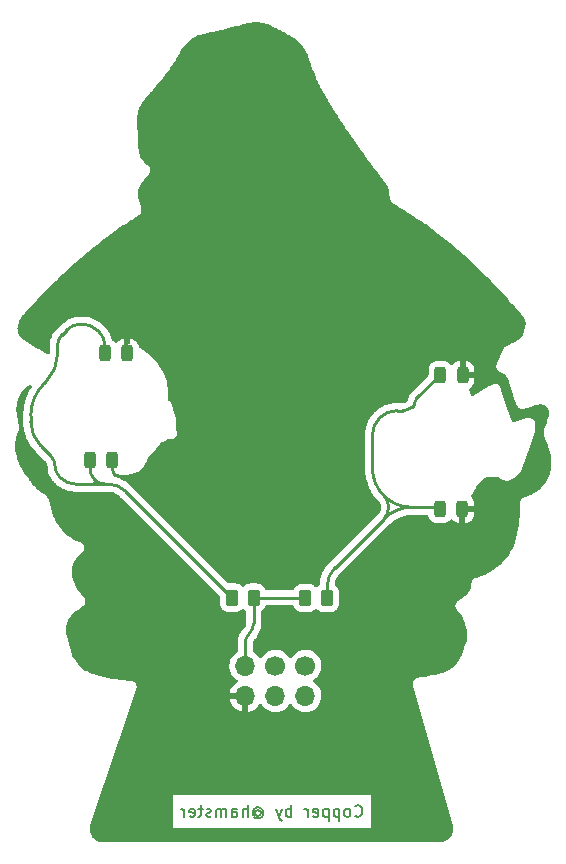
<source format=gbr>
%TF.GenerationSoftware,KiCad,Pcbnew,(6.0.5)*%
%TF.CreationDate,2022-07-11T11:07:48-06:00*%
%TF.ProjectId,MiniMageSpells,4d696e69-4d61-4676-9553-70656c6c732e,1.0*%
%TF.SameCoordinates,PX6e486c0PY7ba4d50*%
%TF.FileFunction,Copper,L2,Bot*%
%TF.FilePolarity,Positive*%
%FSLAX46Y46*%
G04 Gerber Fmt 4.6, Leading zero omitted, Abs format (unit mm)*
G04 Created by KiCad (PCBNEW (6.0.5)) date 2022-07-11 11:07:48*
%MOMM*%
%LPD*%
G01*
G04 APERTURE LIST*
G04 Aperture macros list*
%AMRoundRect*
0 Rectangle with rounded corners*
0 $1 Rounding radius*
0 $2 $3 $4 $5 $6 $7 $8 $9 X,Y pos of 4 corners*
0 Add a 4 corners polygon primitive as box body*
4,1,4,$2,$3,$4,$5,$6,$7,$8,$9,$2,$3,0*
0 Add four circle primitives for the rounded corners*
1,1,$1+$1,$2,$3*
1,1,$1+$1,$4,$5*
1,1,$1+$1,$6,$7*
1,1,$1+$1,$8,$9*
0 Add four rect primitives between the rounded corners*
20,1,$1+$1,$2,$3,$4,$5,0*
20,1,$1+$1,$4,$5,$6,$7,0*
20,1,$1+$1,$6,$7,$8,$9,0*
20,1,$1+$1,$8,$9,$2,$3,0*%
G04 Aperture macros list end*
%ADD10C,0.150000*%
%TA.AperFunction,NonConductor*%
%ADD11C,0.150000*%
%TD*%
%TA.AperFunction,ComponentPad*%
%ADD12O,1.700000X1.700000*%
%TD*%
%TA.AperFunction,ComponentPad*%
%ADD13C,1.700000*%
%TD*%
%TA.AperFunction,SMDPad,CuDef*%
%ADD14RoundRect,0.250000X0.262500X0.450000X-0.262500X0.450000X-0.262500X-0.450000X0.262500X-0.450000X0*%
%TD*%
%TA.AperFunction,SMDPad,CuDef*%
%ADD15RoundRect,0.250000X-0.262500X-0.450000X0.262500X-0.450000X0.262500X0.450000X-0.262500X0.450000X0*%
%TD*%
%TA.AperFunction,SMDPad,CuDef*%
%ADD16RoundRect,0.243750X0.243750X0.456250X-0.243750X0.456250X-0.243750X-0.456250X0.243750X-0.456250X0*%
%TD*%
%TA.AperFunction,Conductor*%
%ADD17C,0.250000*%
%TD*%
G04 APERTURE END LIST*
D10*
D11*
X25428371Y4243238D02*
X25475990Y4195619D01*
X25618847Y4148000D01*
X25714085Y4148000D01*
X25856942Y4195619D01*
X25952181Y4290857D01*
X25999800Y4386095D01*
X26047419Y4576571D01*
X26047419Y4719428D01*
X25999800Y4909904D01*
X25952181Y5005142D01*
X25856942Y5100380D01*
X25714085Y5148000D01*
X25618847Y5148000D01*
X25475990Y5100380D01*
X25428371Y5052761D01*
X24856942Y4148000D02*
X24952181Y4195619D01*
X24999800Y4243238D01*
X25047419Y4338476D01*
X25047419Y4624190D01*
X24999800Y4719428D01*
X24952181Y4767047D01*
X24856942Y4814666D01*
X24714085Y4814666D01*
X24618847Y4767047D01*
X24571228Y4719428D01*
X24523609Y4624190D01*
X24523609Y4338476D01*
X24571228Y4243238D01*
X24618847Y4195619D01*
X24714085Y4148000D01*
X24856942Y4148000D01*
X24095038Y4814666D02*
X24095038Y3814666D01*
X24095038Y4767047D02*
X23999800Y4814666D01*
X23809323Y4814666D01*
X23714085Y4767047D01*
X23666466Y4719428D01*
X23618847Y4624190D01*
X23618847Y4338476D01*
X23666466Y4243238D01*
X23714085Y4195619D01*
X23809323Y4148000D01*
X23999800Y4148000D01*
X24095038Y4195619D01*
X23190276Y4814666D02*
X23190276Y3814666D01*
X23190276Y4767047D02*
X23095038Y4814666D01*
X22904562Y4814666D01*
X22809323Y4767047D01*
X22761704Y4719428D01*
X22714085Y4624190D01*
X22714085Y4338476D01*
X22761704Y4243238D01*
X22809323Y4195619D01*
X22904562Y4148000D01*
X23095038Y4148000D01*
X23190276Y4195619D01*
X21904562Y4195619D02*
X21999800Y4148000D01*
X22190276Y4148000D01*
X22285514Y4195619D01*
X22333133Y4290857D01*
X22333133Y4671809D01*
X22285514Y4767047D01*
X22190276Y4814666D01*
X21999800Y4814666D01*
X21904562Y4767047D01*
X21856942Y4671809D01*
X21856942Y4576571D01*
X22333133Y4481333D01*
X21428371Y4148000D02*
X21428371Y4814666D01*
X21428371Y4624190D02*
X21380752Y4719428D01*
X21333133Y4767047D01*
X21237895Y4814666D01*
X21142657Y4814666D01*
X20047419Y4148000D02*
X20047419Y5148000D01*
X20047419Y4767047D02*
X19952181Y4814666D01*
X19761704Y4814666D01*
X19666466Y4767047D01*
X19618847Y4719428D01*
X19571228Y4624190D01*
X19571228Y4338476D01*
X19618847Y4243238D01*
X19666466Y4195619D01*
X19761704Y4148000D01*
X19952181Y4148000D01*
X20047419Y4195619D01*
X19237895Y4814666D02*
X18999800Y4148000D01*
X18761704Y4814666D02*
X18999800Y4148000D01*
X19095038Y3909904D01*
X19142657Y3862285D01*
X19237895Y3814666D01*
X16999800Y4624190D02*
X17047419Y4671809D01*
X17142657Y4719428D01*
X17237895Y4719428D01*
X17333133Y4671809D01*
X17380752Y4624190D01*
X17428371Y4528952D01*
X17428371Y4433714D01*
X17380752Y4338476D01*
X17333133Y4290857D01*
X17237895Y4243238D01*
X17142657Y4243238D01*
X17047419Y4290857D01*
X16999800Y4338476D01*
X16999800Y4719428D02*
X16999800Y4338476D01*
X16952181Y4290857D01*
X16904562Y4290857D01*
X16809323Y4338476D01*
X16761704Y4433714D01*
X16761704Y4671809D01*
X16856942Y4814666D01*
X16999800Y4909904D01*
X17190276Y4957523D01*
X17380752Y4909904D01*
X17523609Y4814666D01*
X17618847Y4671809D01*
X17666466Y4481333D01*
X17618847Y4290857D01*
X17523609Y4148000D01*
X17380752Y4052761D01*
X17190276Y4005142D01*
X16999800Y4052761D01*
X16856942Y4148000D01*
X16333133Y4148000D02*
X16333133Y5148000D01*
X15904562Y4148000D02*
X15904562Y4671809D01*
X15952181Y4767047D01*
X16047419Y4814666D01*
X16190276Y4814666D01*
X16285514Y4767047D01*
X16333133Y4719428D01*
X14999800Y4148000D02*
X14999800Y4671809D01*
X15047419Y4767047D01*
X15142657Y4814666D01*
X15333133Y4814666D01*
X15428371Y4767047D01*
X14999800Y4195619D02*
X15095038Y4148000D01*
X15333133Y4148000D01*
X15428371Y4195619D01*
X15475990Y4290857D01*
X15475990Y4386095D01*
X15428371Y4481333D01*
X15333133Y4528952D01*
X15095038Y4528952D01*
X14999800Y4576571D01*
X14523609Y4148000D02*
X14523609Y4814666D01*
X14523609Y4719428D02*
X14475990Y4767047D01*
X14380752Y4814666D01*
X14237895Y4814666D01*
X14142657Y4767047D01*
X14095038Y4671809D01*
X14095038Y4148000D01*
X14095038Y4671809D02*
X14047419Y4767047D01*
X13952181Y4814666D01*
X13809323Y4814666D01*
X13714085Y4767047D01*
X13666466Y4671809D01*
X13666466Y4148000D01*
X13237895Y4195619D02*
X13142657Y4148000D01*
X12952181Y4148000D01*
X12856942Y4195619D01*
X12809323Y4290857D01*
X12809323Y4338476D01*
X12856942Y4433714D01*
X12952181Y4481333D01*
X13095038Y4481333D01*
X13190276Y4528952D01*
X13237895Y4624190D01*
X13237895Y4671809D01*
X13190276Y4767047D01*
X13095038Y4814666D01*
X12952181Y4814666D01*
X12856942Y4767047D01*
X12523609Y4814666D02*
X12142657Y4814666D01*
X12380752Y5148000D02*
X12380752Y4290857D01*
X12333133Y4195619D01*
X12237895Y4148000D01*
X12142657Y4148000D01*
X11428371Y4195619D02*
X11523609Y4148000D01*
X11714085Y4148000D01*
X11809323Y4195619D01*
X11856942Y4290857D01*
X11856942Y4671809D01*
X11809323Y4767047D01*
X11714085Y4814666D01*
X11523609Y4814666D01*
X11428371Y4767047D01*
X11380752Y4671809D01*
X11380752Y4576571D01*
X11856942Y4481333D01*
X10952181Y4148000D02*
X10952181Y4814666D01*
X10952181Y4624190D02*
X10904562Y4719428D01*
X10856942Y4767047D01*
X10761704Y4814666D01*
X10666466Y4814666D01*
D12*
%TO.P,X1,2,GND*%
%TO.N,GND*%
X16144562Y14380380D03*
%TO.P,X1,1,VCC*%
%TO.N,+3V3*%
X16144562Y16920380D03*
%TO.P,X1,4,SCL*%
%TO.N,unconnected-(X1-Pad4)*%
X18684562Y14380380D03*
D13*
%TO.P,X1,3,SDA*%
%TO.N,unconnected-(X1-Pad3)*%
X18684562Y16920380D03*
D12*
%TO.P,X1,6,GPIO2*%
%TO.N,unconnected-(X1-Pad6)*%
X21224562Y14380380D03*
D13*
%TO.P,X1,5,GPIO1*%
%TO.N,unconnected-(X1-Pad5)*%
X21224562Y16920380D03*
%TD*%
D14*
%TO.P,R2,1*%
%TO.N,+3V3*%
X16847062Y22690380D03*
%TO.P,R2,2*%
%TO.N,Net-(D3-Pad2)*%
X15022062Y22690380D03*
%TD*%
D15*
%TO.P,R1,1*%
%TO.N,+3V3*%
X21232062Y22670380D03*
%TO.P,R1,2*%
%TO.N,Net-(D1-Pad2)*%
X23057062Y22670380D03*
%TD*%
D16*
%TO.P,D4,1,K*%
%TO.N,GND*%
X6132062Y43380380D03*
%TO.P,D4,2,A*%
%TO.N,Net-(D3-Pad2)*%
X4257062Y43380380D03*
%TD*%
%TO.P,D3,1,K*%
%TO.N,GND*%
X4862062Y34340380D03*
%TO.P,D3,2,A*%
%TO.N,Net-(D3-Pad2)*%
X2987062Y34340380D03*
%TD*%
%TO.P,D2,1,K*%
%TO.N,GND*%
X34512062Y30220380D03*
%TO.P,D2,2,A*%
%TO.N,Net-(D1-Pad2)*%
X32637062Y30220380D03*
%TD*%
%TO.P,D1,1,K*%
%TO.N,GND*%
X34532062Y41530380D03*
%TO.P,D1,2,A*%
%TO.N,Net-(D1-Pad2)*%
X32657062Y41530380D03*
%TD*%
D17*
%TO.N,+3V3*%
X16124562Y16940380D02*
X16144562Y16920380D01*
X16124562Y18789496D02*
X16124562Y16940380D01*
%TO.N,Net-(D3-Pad2)*%
X-2025459Y38102319D02*
G75*
G02*
X-895439Y40830381I3858059J-19D01*
G01*
X-1177519Y35552459D02*
G75*
G02*
X-2025438Y37599520I2047019J2047041D01*
G01*
X-691750Y41034071D02*
G75*
G03*
X234562Y43270381I-2236350J2236329D01*
G01*
X234574Y44023095D02*
G75*
G02*
X628624Y44974444I1345426J5D01*
G01*
X4257062Y44044130D02*
X4257062Y43380380D01*
X3666711Y45298231D02*
X3787719Y45177223D01*
X2210178Y45860380D02*
X2309562Y45860380D01*
X628624Y44974444D02*
X1022686Y45368506D01*
X234562Y43270381D02*
X234562Y44023095D01*
X-895439Y40830381D02*
X-691749Y41034070D01*
X-2025438Y38102319D02*
X-2025438Y37599520D01*
X-1177518Y35552460D02*
X-329598Y34704540D01*
X534562Y32810380D02*
X398721Y32946221D01*
X3211857Y32310380D02*
X1741668Y32310380D01*
X3787710Y45177214D02*
G75*
G02*
X4257062Y44044130I-1133110J-1133114D01*
G01*
X3666726Y45298246D02*
G75*
G03*
X2309562Y45860380I-1357126J-1357146D01*
G01*
X1022695Y45368497D02*
G75*
G02*
X2210178Y45860380I1187505J-1187497D01*
G01*
X34535Y33825380D02*
G75*
G03*
X-329598Y34704540I-1243335J20D01*
G01*
X398727Y32946227D02*
G75*
G02*
X34562Y33825380I879173J879173D01*
G01*
X1741668Y32310362D02*
G75*
G02*
X534562Y32810380I32J1707138D01*
G01*
%TO.N,+3V3*%
X16485819Y19661623D02*
G75*
G03*
X16124562Y18789496I872081J-872123D01*
G01*
X16485790Y19661652D02*
G75*
G03*
X16847062Y20533765I-872090J872148D01*
G01*
X16881204Y22670377D02*
G75*
G02*
X16857062Y22680380I-4J34123D01*
G01*
X16847002Y22676238D02*
G75*
G02*
X16857062Y22680380I5898J-38D01*
G01*
%TO.N,Net-(D3-Pad2)*%
X4578312Y32310396D02*
G75*
G02*
X5984540Y31727900I-12J-1988696D01*
G01*
X3211857Y32310452D02*
G75*
G03*
X3370812Y32694130I43J224748D01*
G01*
X3370826Y32694144D02*
G75*
G03*
X4297266Y32310380I926474J926456D01*
G01*
X2987061Y33620585D02*
G75*
G03*
X3370812Y32694130I1310239J15D01*
G01*
X4297266Y32310380D02*
X3211857Y32310380D01*
%TO.N,Net-(D1-Pad2)*%
X30239578Y38845364D02*
G75*
G02*
X29479084Y38530380I-760478J760536D01*
G01*
X27874589Y31320407D02*
G75*
G02*
X26904562Y33662168I2341711J2341793D01*
G01*
X27509585Y37925357D02*
G75*
G02*
X28970161Y38530380I1460615J-1460557D01*
G01*
X27874581Y31320399D02*
G75*
G02*
X27874561Y29380381I-969981J-969999D01*
G01*
X27874539Y29380403D02*
G75*
G02*
X30216349Y30350380I2341761J-2341803D01*
G01*
X27874531Y31320349D02*
G75*
G03*
X30216349Y30350380I2341769J2341851D01*
G01*
X30423744Y39029569D02*
G75*
G03*
X30554562Y39345380I-315844J315831D01*
G01*
X27509544Y37925398D02*
G75*
G03*
X26904562Y36464781I1460656J-1460598D01*
G01*
X32572034Y30285352D02*
G75*
G03*
X32415138Y30350380I-156934J-156852D01*
G01*
X23057037Y23616630D02*
G75*
G02*
X23726161Y25231980I2284463J-30D01*
G01*
X30554578Y39345380D02*
G75*
G02*
X30685376Y39661195I446622J20D01*
G01*
X32518327Y41494136D02*
G75*
G02*
X32605812Y41530380I87473J-87436D01*
G01*
%TO.N,GND*%
X4862058Y33576278D02*
G75*
G03*
X5048312Y33126630I635942J22D01*
G01*
X5497959Y32940358D02*
G75*
G02*
X5048312Y33126630I41J635942D01*
G01*
X5497959Y32940380D02*
X5904562Y32940380D01*
X4862062Y33576278D02*
X4862062Y34340380D01*
%TO.N,+3V3*%
X16881204Y22670380D02*
X21232062Y22670380D01*
X16847062Y20533765D02*
X16847062Y22676238D01*
%TO.N,Net-(D1-Pad2)*%
X27874561Y29380381D02*
X23726161Y25231980D01*
X23057062Y23616630D02*
X23057062Y22670380D01*
X32572062Y30285380D02*
X32637062Y30220380D01*
X30216349Y30350380D02*
X32415138Y30350380D01*
X26904562Y33662168D02*
X26904562Y36464781D01*
X29479084Y38530380D02*
X28970161Y38530380D01*
X30239561Y38845381D02*
X30423747Y39029566D01*
X30685376Y39661195D02*
X32518322Y41494141D01*
X32605812Y41530380D02*
X32657062Y41530380D01*
%TO.N,Net-(D3-Pad2)*%
X2987062Y33620585D02*
X2987062Y34340380D01*
X4297266Y32310380D02*
X4578312Y32310380D01*
X5984541Y31727901D02*
X15022062Y22690380D01*
%TD*%
%TA.AperFunction,Conductor*%
%TO.N,GND*%
G36*
X17023394Y71436457D02*
G01*
X17107616Y71431418D01*
X17235031Y71423793D01*
X17245848Y71422676D01*
X17420535Y71396971D01*
X17475739Y71388848D01*
X17482267Y71387710D01*
X17557692Y71372511D01*
X17564426Y71370961D01*
X17792733Y71311763D01*
X17801116Y71309276D01*
X18022366Y71235190D01*
X18029125Y71232709D01*
X18252674Y71143352D01*
X18257815Y71141164D01*
X18484911Y71038489D01*
X18488486Y71036804D01*
X18720068Y70923211D01*
X18722106Y70922188D01*
X18958104Y70800949D01*
X18959079Y70800442D01*
X19096330Y70728230D01*
X19097261Y70727736D01*
X19341842Y70596083D01*
X19342275Y70595848D01*
X19413689Y70557006D01*
X19554587Y70480371D01*
X19555339Y70479926D01*
X19556115Y70479339D01*
X19589833Y70461200D01*
X19590096Y70461058D01*
X19621015Y70444241D01*
X19621926Y70443903D01*
X19622726Y70443506D01*
X19805433Y70345220D01*
X19808062Y70343696D01*
X19810325Y70342030D01*
X19814648Y70339780D01*
X19814652Y70339777D01*
X19841682Y70325706D01*
X19843105Y70324954D01*
X19871520Y70309668D01*
X19874148Y70308704D01*
X19876934Y70307354D01*
X20009313Y70238442D01*
X20081371Y70200931D01*
X20083453Y70199847D01*
X20088165Y70197264D01*
X20317696Y70064920D01*
X20325312Y70060529D01*
X20336676Y70053135D01*
X20532669Y69910014D01*
X20543100Y69901505D01*
X20718876Y69741702D01*
X20728046Y69732454D01*
X20886598Y69555101D01*
X20894310Y69545581D01*
X21037814Y69349671D01*
X21044046Y69340315D01*
X21173880Y69125166D01*
X21178748Y69116316D01*
X21295770Y68881763D01*
X21299459Y68873663D01*
X21408336Y68610276D01*
X21409618Y68607045D01*
X21474796Y68435977D01*
X21475130Y68434998D01*
X21475369Y68433901D01*
X21476484Y68431021D01*
X21489122Y68398375D01*
X21489279Y68397967D01*
X21501701Y68365363D01*
X21502245Y68364382D01*
X21502644Y68363445D01*
X21561127Y68212369D01*
X21567091Y68196962D01*
X21567093Y68196955D01*
X21610354Y68085210D01*
X21672797Y67923914D01*
X21672922Y67923591D01*
X21707942Y67832387D01*
X21708046Y67832114D01*
X21722701Y67793681D01*
X21813246Y67556224D01*
X21813254Y67556120D01*
X21813282Y67556130D01*
X21905038Y67314911D01*
X21905188Y67314467D01*
X21905307Y67313915D01*
X21919287Y67277454D01*
X21931992Y67244052D01*
X21932263Y67243564D01*
X21932449Y67243123D01*
X22011883Y67035943D01*
X22012269Y67034817D01*
X22012545Y67033570D01*
X22013800Y67030356D01*
X22013806Y67030338D01*
X22026222Y66998538D01*
X22026492Y66997842D01*
X22038906Y66965462D01*
X22039531Y66964339D01*
X22040000Y66963244D01*
X22115640Y66769500D01*
X22120892Y66756047D01*
X22121552Y66754172D01*
X22122001Y66752230D01*
X22123814Y66747714D01*
X22135659Y66718206D01*
X22136093Y66717111D01*
X22148252Y66685966D01*
X22149231Y66684234D01*
X22150032Y66682404D01*
X22232897Y66475988D01*
X22234915Y66469922D01*
X22235071Y66469977D01*
X22236683Y66465384D01*
X22237936Y66460675D01*
X22249707Y66433932D01*
X22251284Y66430185D01*
X22261009Y66405961D01*
X22263250Y66402083D01*
X22265212Y66398051D01*
X22265136Y66398014D01*
X22268028Y66392310D01*
X22333392Y66243821D01*
X22338018Y66231641D01*
X22338558Y66229961D01*
X22338561Y66229953D01*
X22340051Y66225322D01*
X22342240Y66220967D01*
X22342241Y66220964D01*
X22350566Y66204400D01*
X22353300Y66198596D01*
X22361489Y66179993D01*
X22363856Y66176192D01*
X22365417Y66173685D01*
X22371038Y66163668D01*
X22456248Y65994128D01*
X22461535Y65981996D01*
X22461695Y65981651D01*
X22463392Y65977091D01*
X22475766Y65955010D01*
X22478413Y65950027D01*
X22488406Y65930144D01*
X22490968Y65926463D01*
X22490973Y65926454D01*
X22491554Y65925619D01*
X22498051Y65915243D01*
X22588047Y65754646D01*
X22590412Y65750127D01*
X22591915Y65746325D01*
X22594379Y65742129D01*
X22594379Y65742128D01*
X22608751Y65717649D01*
X22610000Y65715473D01*
X22624736Y65689176D01*
X22627209Y65685942D01*
X22630005Y65681446D01*
X22727157Y65515969D01*
X22727264Y65515770D01*
X22727358Y65515534D01*
X22747276Y65481702D01*
X22765630Y65450440D01*
X22765788Y65450242D01*
X22765908Y65450054D01*
X22862931Y65285253D01*
X22863102Y65284936D01*
X22863257Y65284549D01*
X22883237Y65250764D01*
X22901439Y65219846D01*
X22901697Y65219523D01*
X22901890Y65219221D01*
X22999336Y65054442D01*
X22999566Y65054018D01*
X22999779Y65053488D01*
X23019564Y65020238D01*
X23037920Y64989198D01*
X23038279Y64988750D01*
X23038555Y64988321D01*
X23136507Y64823703D01*
X23136819Y64823132D01*
X23137095Y64822453D01*
X23157109Y64789081D01*
X23175239Y64758612D01*
X23175699Y64758043D01*
X23176045Y64757507D01*
X23274656Y64593080D01*
X23275036Y64592390D01*
X23275375Y64591566D01*
X23276662Y64589441D01*
X23295201Y64558820D01*
X23295474Y64558367D01*
X23313569Y64528195D01*
X23314130Y64527504D01*
X23314560Y64526845D01*
X23364020Y64445154D01*
X23413925Y64362728D01*
X23414388Y64361898D01*
X23414792Y64360928D01*
X23416299Y64358467D01*
X23416306Y64358454D01*
X23434707Y64328399D01*
X23435031Y64327867D01*
X23451589Y64300519D01*
X23451596Y64300508D01*
X23453076Y64298064D01*
X23453742Y64297252D01*
X23454251Y64296480D01*
X23485595Y64245286D01*
X23554506Y64132732D01*
X23555047Y64131772D01*
X23555517Y64130663D01*
X23575653Y64098191D01*
X23593939Y64068325D01*
X23594707Y64067397D01*
X23595314Y64066486D01*
X23601420Y64056640D01*
X23696546Y63903241D01*
X23697144Y63902196D01*
X23697663Y63900990D01*
X23717699Y63869123D01*
X23718113Y63868461D01*
X23733996Y63842849D01*
X23736321Y63839099D01*
X23737159Y63838099D01*
X23737833Y63837100D01*
X23810618Y63721337D01*
X23840213Y63674267D01*
X23840812Y63673234D01*
X23841330Y63672053D01*
X23861698Y63640093D01*
X23861894Y63639784D01*
X23880391Y63610365D01*
X23881225Y63609382D01*
X23881900Y63608395D01*
X23985236Y63446251D01*
X23985818Y63445261D01*
X23986325Y63444123D01*
X23988164Y63441275D01*
X24006763Y63412469D01*
X24007121Y63411911D01*
X24025807Y63382592D01*
X24026621Y63381644D01*
X24027285Y63380686D01*
X24131532Y63219235D01*
X24132105Y63218273D01*
X24132603Y63217172D01*
X24134400Y63214424D01*
X24134404Y63214417D01*
X24153364Y63185420D01*
X24153707Y63184893D01*
X24172495Y63155795D01*
X24173291Y63154879D01*
X24173934Y63153963D01*
X24279079Y62993159D01*
X24279633Y62992242D01*
X24280122Y62991176D01*
X24300993Y62959642D01*
X24301378Y62959056D01*
X24318673Y62932606D01*
X24320413Y62929945D01*
X24321188Y62929063D01*
X24321811Y62928186D01*
X24427824Y62768007D01*
X24428362Y62767127D01*
X24428839Y62766101D01*
X24430563Y62763527D01*
X24449897Y62734652D01*
X24450252Y62734119D01*
X24469515Y62705014D01*
X24470270Y62704165D01*
X24470884Y62703310D01*
X24577721Y62543757D01*
X24578242Y62542914D01*
X24578710Y62541924D01*
X24580388Y62539446D01*
X24580396Y62539433D01*
X24599898Y62510634D01*
X24600246Y62510118D01*
X24619762Y62480973D01*
X24620495Y62480157D01*
X24621088Y62479341D01*
X24728738Y62320367D01*
X24729238Y62319568D01*
X24729693Y62318615D01*
X24731336Y62316215D01*
X24731342Y62316205D01*
X24751124Y62287304D01*
X24751478Y62286785D01*
X24771108Y62257796D01*
X24771823Y62257009D01*
X24772387Y62256241D01*
X24880817Y62097829D01*
X24881299Y62097067D01*
X24881745Y62096144D01*
X24903600Y62064543D01*
X24903800Y62064251D01*
X24921934Y62037757D01*
X24921942Y62037746D01*
X24923511Y62035454D01*
X24924197Y62034705D01*
X24924748Y62033963D01*
X25033911Y61876119D01*
X25034393Y61875366D01*
X25034822Y61874489D01*
X25056878Y61842911D01*
X25076930Y61813917D01*
X25077592Y61813203D01*
X25078125Y61812491D01*
X25188006Y61655172D01*
X25188467Y61654458D01*
X25188884Y61653617D01*
X25211099Y61622110D01*
X25231320Y61593160D01*
X25231958Y61592477D01*
X25232466Y61591805D01*
X25343050Y61434971D01*
X25343484Y61434306D01*
X25343885Y61433503D01*
X25345340Y61431458D01*
X25366028Y61402380D01*
X25366337Y61401944D01*
X25385190Y61375206D01*
X25385200Y61375193D01*
X25386639Y61373152D01*
X25387256Y61372499D01*
X25387749Y61371852D01*
X25498967Y61215537D01*
X25499394Y61214888D01*
X25499784Y61214117D01*
X25501192Y61212154D01*
X25501198Y61212146D01*
X25522288Y61182758D01*
X25522586Y61182341D01*
X25541456Y61155820D01*
X25542845Y61153868D01*
X25543438Y61153245D01*
X25543900Y61152645D01*
X25605580Y61066698D01*
X25655760Y60996776D01*
X25656164Y60996167D01*
X25656540Y60995430D01*
X25679265Y60964023D01*
X25699894Y60935278D01*
X25700461Y60934687D01*
X25700902Y60934119D01*
X25813375Y60778676D01*
X25813752Y60778112D01*
X25814109Y60777420D01*
X25815395Y60775657D01*
X25815402Y60775646D01*
X25831936Y60752974D01*
X25836762Y60746356D01*
X25857747Y60717353D01*
X25858300Y60716782D01*
X25858713Y60716254D01*
X25971754Y60561238D01*
X25972103Y60560720D01*
X25972448Y60560054D01*
X25973695Y60558357D01*
X25973696Y60558355D01*
X25995175Y60529117D01*
X25995436Y60528760D01*
X26015118Y60501769D01*
X26015126Y60501758D01*
X26016359Y60500068D01*
X26016878Y60499536D01*
X26017287Y60499017D01*
X26130741Y60344577D01*
X26130934Y60344292D01*
X26131117Y60343941D01*
X26154494Y60312242D01*
X26175687Y60283393D01*
X26175962Y60283112D01*
X26176164Y60282857D01*
X26213048Y60232844D01*
X26251204Y60181105D01*
X26251235Y60181059D01*
X26251264Y60181004D01*
X26274209Y60149910D01*
X26296369Y60119862D01*
X26296411Y60119820D01*
X26296442Y60119780D01*
X26375762Y60012290D01*
X26431463Y59936807D01*
X26431480Y59936775D01*
X26454137Y59906081D01*
X26454144Y59906063D01*
X26454148Y59906066D01*
X26476642Y59875583D01*
X26476665Y59875559D01*
X26476678Y59875542D01*
X26635222Y59660757D01*
X26816373Y59415303D01*
X26995146Y59172920D01*
X27168513Y58937605D01*
X27174803Y58929067D01*
X27174860Y58928989D01*
X27354791Y58684375D01*
X27354864Y58684275D01*
X27533991Y58440251D01*
X27534081Y58440129D01*
X27637572Y58298787D01*
X27712838Y58195992D01*
X27794693Y58083862D01*
X27891229Y57951620D01*
X27891352Y57951451D01*
X28060432Y57719025D01*
X28063905Y57713999D01*
X28123300Y57623408D01*
X28131160Y57609588D01*
X28216160Y57435316D01*
X28222974Y57418303D01*
X28281546Y57234278D01*
X28285302Y57219395D01*
X28288821Y57200716D01*
X28324348Y57012174D01*
X28326019Y57000148D01*
X28348109Y56754930D01*
X28348216Y56753676D01*
X28351408Y56713786D01*
X28356288Y56693344D01*
X28377054Y56605478D01*
X28377341Y56604974D01*
X28377517Y56604413D01*
X28403233Y56496687D01*
X28404368Y56491932D01*
X28407410Y56472721D01*
X28409321Y56448824D01*
X28422874Y56413283D01*
X28423727Y56410832D01*
X28424310Y56408389D01*
X28425960Y56404216D01*
X28425962Y56404210D01*
X28436104Y56378564D01*
X28436606Y56377273D01*
X28461220Y56312726D01*
X28463140Y56310194D01*
X28464309Y56307238D01*
X28504328Y56255788D01*
X28506619Y56252842D01*
X28507542Y56251640D01*
X28528844Y56223548D01*
X28530659Y56221797D01*
X28532318Y56219802D01*
X28553736Y56192265D01*
X28561012Y56187012D01*
X28561014Y56187011D01*
X28576348Y56175942D01*
X28590091Y56164452D01*
X28691533Y56066571D01*
X28707822Y56047350D01*
X28713072Y56039725D01*
X28720715Y56033502D01*
X28749199Y56010309D01*
X28757121Y56003284D01*
X28763831Y55996810D01*
X28767477Y55994178D01*
X28778038Y55986553D01*
X28783823Y55982117D01*
X28799860Y55969059D01*
X28804057Y55966606D01*
X28804060Y55966604D01*
X28807274Y55964726D01*
X28817446Y55958103D01*
X28844740Y55938399D01*
X28844744Y55938397D01*
X28852023Y55933142D01*
X28860482Y55930142D01*
X28860488Y55930139D01*
X28864462Y55928730D01*
X28885920Y55918762D01*
X29215005Y55726436D01*
X29216440Y55725585D01*
X29590495Y55500282D01*
X29591788Y55499491D01*
X29914972Y55298997D01*
X29962518Y55269501D01*
X29963899Y55268631D01*
X30057455Y55208890D01*
X30331282Y55034034D01*
X30332557Y55033209D01*
X30697046Y54793775D01*
X30698172Y54793024D01*
X31038881Y54562914D01*
X31059200Y54549191D01*
X31060498Y54548302D01*
X31313291Y54372860D01*
X31418324Y54299965D01*
X31419618Y54299055D01*
X31774392Y54046175D01*
X31775642Y54045272D01*
X31793926Y54031894D01*
X32127280Y53787977D01*
X32128526Y53787054D01*
X32238050Y53704827D01*
X32477191Y53525286D01*
X32478298Y53524444D01*
X32823832Y53258392D01*
X32825021Y53257465D01*
X33141455Y53007698D01*
X33167604Y52987058D01*
X33168734Y52986154D01*
X33508258Y52711551D01*
X33509253Y52710738D01*
X33846193Y52431609D01*
X33847173Y52430787D01*
X34082667Y52231049D01*
X34180835Y52147786D01*
X34181931Y52146846D01*
X34513062Y51859405D01*
X34514008Y51858576D01*
X34660766Y51728589D01*
X34661724Y51727732D01*
X34881928Y51528647D01*
X34882953Y51527709D01*
X35100879Y51326271D01*
X35101772Y51325438D01*
X35318432Y51121243D01*
X35319192Y51120521D01*
X35534810Y50913892D01*
X35535321Y50913399D01*
X35750279Y50704508D01*
X35750489Y50704303D01*
X35778228Y50677041D01*
X35964642Y50493839D01*
X35965024Y50493463D01*
X36130750Y50329200D01*
X36179091Y50281286D01*
X36393299Y50067732D01*
X36607290Y49853728D01*
X36821375Y49639547D01*
X36939711Y49520415D01*
X36994213Y49465546D01*
X36994917Y49464832D01*
X37204871Y49249877D01*
X37251543Y49202093D01*
X37252388Y49201219D01*
X37506156Y48936343D01*
X37506945Y48935512D01*
X37758521Y48668097D01*
X37759166Y48667406D01*
X38008658Y48397609D01*
X38009216Y48397000D01*
X38210444Y48175863D01*
X38256646Y48125089D01*
X38257249Y48124422D01*
X38374528Y47993584D01*
X38503102Y47850143D01*
X38503684Y47849488D01*
X38747540Y47573601D01*
X38748073Y47572995D01*
X38771456Y47546197D01*
X38968737Y47320101D01*
X38990635Y47295004D01*
X38991010Y47294572D01*
X39076445Y47195488D01*
X39232165Y47014891D01*
X39232602Y47014382D01*
X39472999Y46732557D01*
X39473192Y46732330D01*
X39502900Y46697335D01*
X39504632Y46695250D01*
X39637001Y46532348D01*
X39645055Y46521254D01*
X39662861Y46493687D01*
X39711643Y46418165D01*
X39742559Y46370301D01*
X39752274Y46352163D01*
X39817302Y46202556D01*
X39823708Y46183970D01*
X39862666Y46033804D01*
X39866296Y46012297D01*
X39878115Y45865817D01*
X39877860Y45842770D01*
X39860251Y45671850D01*
X39857825Y45657035D01*
X39833517Y45549284D01*
X39833318Y45548415D01*
X39778150Y45311681D01*
X39777626Y45309520D01*
X39750492Y45201729D01*
X39744501Y45183762D01*
X39677934Y45025017D01*
X39667490Y45005242D01*
X39625530Y44940468D01*
X39576373Y44864583D01*
X39565023Y44849634D01*
X39439298Y44707416D01*
X39429061Y44697101D01*
X39411095Y44680976D01*
X39267021Y44551665D01*
X39259252Y44545235D01*
X39171049Y44477989D01*
X39162618Y44472090D01*
X38968430Y44347712D01*
X38959824Y44342668D01*
X38747568Y44229329D01*
X38742082Y44226571D01*
X38506703Y44115364D01*
X38504614Y44114401D01*
X38371791Y44054710D01*
X38318438Y44030733D01*
X38316665Y44030074D01*
X38314720Y44029787D01*
X38246781Y43998533D01*
X38246061Y43998206D01*
X38219340Y43986198D01*
X38217956Y43985321D01*
X38216721Y43984706D01*
X38190551Y43972667D01*
X38182393Y43968914D01*
X38175620Y43963026D01*
X38175617Y43963024D01*
X38163670Y43952637D01*
X38148424Y43941282D01*
X38127448Y43927997D01*
X38121516Y43921256D01*
X38121513Y43921254D01*
X38107343Y43905153D01*
X38095423Y43893305D01*
X38079242Y43879238D01*
X38079239Y43879235D01*
X38072469Y43873349D01*
X38067622Y43865798D01*
X38067621Y43865797D01*
X38059066Y43852469D01*
X38047618Y43837289D01*
X38031217Y43818654D01*
X38016397Y43786945D01*
X38014213Y43782597D01*
X38012010Y43779165D01*
X38010041Y43774711D01*
X38010038Y43774705D01*
X37999457Y43750766D01*
X37998372Y43748380D01*
X37969543Y43686699D01*
X37968860Y43682262D01*
X37967200Y43677794D01*
X37465527Y42542869D01*
X37454080Y42522379D01*
X37446320Y42511103D01*
X37443511Y42502577D01*
X37433134Y42471080D01*
X37428709Y42459577D01*
X37426679Y42454984D01*
X37425469Y42450677D01*
X37425464Y42450664D01*
X37420753Y42433899D01*
X37419124Y42428558D01*
X37400740Y42372760D01*
X37400438Y42363823D01*
X37400085Y42362278D01*
X37399802Y42360456D01*
X37399671Y42358880D01*
X37397251Y42350268D01*
X37397783Y42299760D01*
X37397870Y42291491D01*
X37397805Y42285925D01*
X37395820Y42227186D01*
X37398038Y42218522D01*
X37398133Y42216937D01*
X37398373Y42215111D01*
X37398690Y42213561D01*
X37398784Y42204619D01*
X37409189Y42170380D01*
X37415878Y42148367D01*
X37417382Y42142990D01*
X37429728Y42094779D01*
X37429729Y42094776D01*
X37431956Y42086081D01*
X37436516Y42078390D01*
X37437047Y42076909D01*
X37437798Y42075204D01*
X37438534Y42073813D01*
X37441134Y42065254D01*
X37461986Y42033393D01*
X37473330Y42016058D01*
X37476280Y42011324D01*
X37492729Y41983583D01*
X37506242Y41960792D01*
X37512778Y41954690D01*
X37513708Y41953410D01*
X37514899Y41951994D01*
X37515999Y41950862D01*
X37520897Y41943377D01*
X37527721Y41937550D01*
X37527723Y41937547D01*
X37565591Y41905209D01*
X37569755Y41901490D01*
X37606146Y41867513D01*
X37606149Y41867511D01*
X37612708Y41861387D01*
X37620694Y41857364D01*
X37621948Y41856395D01*
X37623487Y41855372D01*
X37624862Y41854593D01*
X37631662Y41848786D01*
X37639842Y41845110D01*
X37639844Y41845109D01*
X37685267Y41824698D01*
X37690307Y41822297D01*
X37708314Y41813226D01*
X37708322Y41813223D01*
X37712661Y41811037D01*
X37717286Y41809544D01*
X37718667Y41808978D01*
X37729659Y41804750D01*
X37764522Y41789084D01*
X37773415Y41787851D01*
X37773417Y41787850D01*
X37781963Y41786665D01*
X37803347Y41781771D01*
X37907806Y41748061D01*
X37929545Y41738710D01*
X38062534Y41666015D01*
X38087566Y41648037D01*
X38177683Y41564845D01*
X38197266Y41541836D01*
X38223949Y41501546D01*
X38278752Y41418795D01*
X38290088Y41397493D01*
X38358819Y41231772D01*
X38362034Y41223144D01*
X38429041Y41020981D01*
X38431272Y41014249D01*
X38431463Y41013593D01*
X38431595Y41012822D01*
X38443948Y40976004D01*
X38455095Y40942373D01*
X38455443Y40941674D01*
X38455670Y40941067D01*
X38521555Y40744701D01*
X38521703Y40744198D01*
X38521809Y40743588D01*
X38534308Y40706690D01*
X38545662Y40672850D01*
X38545937Y40672303D01*
X38546125Y40671806D01*
X38612516Y40475815D01*
X38612629Y40475434D01*
X38612708Y40474986D01*
X38613131Y40473745D01*
X38613137Y40473726D01*
X38625259Y40438194D01*
X38625347Y40437937D01*
X38636862Y40403944D01*
X38637068Y40403538D01*
X38637207Y40403172D01*
X38703970Y40207467D01*
X38704039Y40207238D01*
X38704090Y40206948D01*
X38716794Y40169877D01*
X38728493Y40135583D01*
X38728630Y40135314D01*
X38728709Y40135109D01*
X38789365Y39958108D01*
X38795693Y39939641D01*
X38795723Y39939540D01*
X38795748Y39939404D01*
X38808601Y39901975D01*
X38820346Y39867702D01*
X38820408Y39867580D01*
X38820445Y39867484D01*
X38897695Y39642527D01*
X38900360Y39634767D01*
X38900361Y39634751D01*
X38900364Y39634752D01*
X38991977Y39367860D01*
X38992014Y39367754D01*
X39059971Y39169207D01*
X39063209Y39158109D01*
X39064376Y39153299D01*
X39065234Y39144362D01*
X39068566Y39136024D01*
X39068567Y39136022D01*
X39086617Y39090860D01*
X39088826Y39084903D01*
X39090059Y39081302D01*
X39095207Y39066261D01*
X39097242Y39062274D01*
X39097244Y39062270D01*
X39098301Y39060199D01*
X39103079Y39049673D01*
X39106771Y39040437D01*
X39109249Y39036253D01*
X39109250Y39036251D01*
X39116490Y39024027D01*
X39120299Y39017109D01*
X39144664Y38969382D01*
X39150546Y38963150D01*
X39151891Y38961157D01*
X39169012Y38934618D01*
X39172968Y38928485D01*
X39175501Y38924387D01*
X39178791Y38918833D01*
X39187378Y38904333D01*
X39190187Y38900838D01*
X39192636Y38897302D01*
X39196865Y38891440D01*
X39218436Y38858001D01*
X39228520Y38849274D01*
X39230098Y38847908D01*
X39245852Y38831568D01*
X39255514Y38819545D01*
X39262873Y38814409D01*
X39262877Y38814405D01*
X39288147Y38796768D01*
X39298476Y38788730D01*
X39328574Y38762681D01*
X39342595Y38756269D01*
X39362311Y38745004D01*
X39374954Y38736179D01*
X39383457Y38733315D01*
X39383459Y38733314D01*
X39412675Y38723474D01*
X39424848Y38718655D01*
X39461038Y38702106D01*
X39469918Y38700814D01*
X39469920Y38700814D01*
X39476289Y38699888D01*
X39498370Y38694609D01*
X39504479Y38692551D01*
X39504488Y38692549D01*
X39512992Y38689685D01*
X39521961Y38689323D01*
X39521964Y38689322D01*
X39550447Y38688171D01*
X39552762Y38688078D01*
X39565809Y38686869D01*
X39596293Y38682435D01*
X39596296Y38682435D01*
X39605179Y38681143D01*
X39620445Y38683295D01*
X39643118Y38684426D01*
X39658531Y38683803D01*
X39697156Y38693423D01*
X39710003Y38695921D01*
X39716001Y38696767D01*
X39737821Y38703386D01*
X39743943Y38705076D01*
X39791159Y38716836D01*
X39791160Y38716836D01*
X39799871Y38719006D01*
X39807626Y38723535D01*
X39812194Y38725393D01*
X39823095Y38729254D01*
X39975411Y38775460D01*
X39975493Y38775485D01*
X40218239Y38848944D01*
X40219771Y38849397D01*
X40457835Y38918157D01*
X40460266Y38918833D01*
X40673194Y38975739D01*
X40674856Y38976171D01*
X40915918Y39037087D01*
X40916367Y39037200D01*
X41085305Y39079231D01*
X41106809Y39084581D01*
X41158838Y39086441D01*
X41274401Y39066323D01*
X41289762Y39062645D01*
X41349882Y39044190D01*
X41435672Y39017856D01*
X41457535Y39008822D01*
X41583482Y38942303D01*
X41610124Y38923450D01*
X41697284Y38842940D01*
X41718734Y38817007D01*
X41790724Y38701439D01*
X41798778Y38686304D01*
X41801478Y38680273D01*
X41805740Y38669437D01*
X41836094Y38580367D01*
X41861423Y38506041D01*
X41867088Y38481780D01*
X41883341Y38357843D01*
X41883535Y38326628D01*
X41868083Y38196272D01*
X41865140Y38180319D01*
X41853033Y38132268D01*
X41852830Y38131472D01*
X41837279Y38071407D01*
X41787792Y37880265D01*
X41785049Y37869672D01*
X41784561Y37867846D01*
X41716826Y37621756D01*
X41714159Y37612067D01*
X41713395Y37609407D01*
X41671782Y37470380D01*
X41638652Y37359693D01*
X41637545Y37356184D01*
X41556909Y37112881D01*
X41555401Y37108590D01*
X41472010Y36884415D01*
X41467985Y36874827D01*
X41464374Y36867131D01*
X41464371Y36867122D01*
X41462306Y36862722D01*
X41460942Y36858053D01*
X41457598Y36846607D01*
X41454748Y36838011D01*
X41449972Y36825172D01*
X41446959Y36811301D01*
X41444768Y36802689D01*
X41444362Y36801301D01*
X41436242Y36780557D01*
X41432835Y36773707D01*
X41428836Y36765668D01*
X41427255Y36756834D01*
X41427252Y36756826D01*
X41421930Y36727095D01*
X41420408Y36720613D01*
X41420454Y36720603D01*
X41419504Y36716213D01*
X41418248Y36711914D01*
X41415494Y36692647D01*
X41414735Y36687339D01*
X41414031Y36682968D01*
X41408437Y36651716D01*
X41403169Y36622289D01*
X41404096Y36613691D01*
X41404080Y36612800D01*
X41402856Y36604236D01*
X41404131Y36595349D01*
X41411613Y36543195D01*
X41412164Y36538804D01*
X41414636Y36515865D01*
X41414639Y36515848D01*
X41415160Y36511015D01*
X41416421Y36506312D01*
X41417314Y36501529D01*
X41417193Y36501506D01*
X41418534Y36494963D01*
X41420948Y36478139D01*
X41423542Y36460055D01*
X41432056Y36441343D01*
X41439070Y36421788D01*
X41476532Y36281986D01*
X41481396Y36263836D01*
X41484670Y36247220D01*
X41488521Y36217102D01*
X41492113Y36208875D01*
X41492114Y36208872D01*
X41516708Y36152545D01*
X41517088Y36151665D01*
X41522280Y36139522D01*
X41544759Y36086952D01*
X41566538Y36060486D01*
X41575584Y36048009D01*
X41603790Y36003629D01*
X41608102Y35996844D01*
X41611839Y35990568D01*
X41708629Y35816783D01*
X41715528Y35802299D01*
X41784647Y35629625D01*
X41788336Y35619072D01*
X41810702Y35544656D01*
X41810865Y35544113D01*
X41811377Y35542362D01*
X41883404Y35289482D01*
X41884424Y35285677D01*
X41946062Y35040410D01*
X41947311Y35034927D01*
X41996127Y34796044D01*
X41997383Y34788835D01*
X42031027Y34555982D01*
X42031993Y34547059D01*
X42048460Y34319533D01*
X42048781Y34309025D01*
X42047028Y34153243D01*
X42046192Y34078990D01*
X42045743Y34069685D01*
X42035026Y33944360D01*
X42023329Y33807565D01*
X42022397Y33799636D01*
X41990097Y33583984D01*
X41984031Y33543486D01*
X41982367Y33534582D01*
X41927688Y33290894D01*
X41925074Y33281107D01*
X41900495Y33202015D01*
X41853221Y33049894D01*
X41849447Y33039409D01*
X41806185Y32934092D01*
X41767104Y32838954D01*
X41759380Y32820152D01*
X41754314Y32809315D01*
X41683346Y32674597D01*
X41644549Y32600950D01*
X41638146Y32590140D01*
X41593419Y32522554D01*
X41506596Y32391359D01*
X41498975Y32381030D01*
X41339809Y32186842D01*
X41334049Y32179815D01*
X41329239Y32174283D01*
X41306515Y32149635D01*
X41303260Y32146235D01*
X41146789Y31988874D01*
X41141127Y31983523D01*
X40985305Y31845117D01*
X40978350Y31839371D01*
X40856551Y31745881D01*
X40776743Y31684622D01*
X40770028Y31679468D01*
X40761680Y31673583D01*
X40691203Y31628061D01*
X40544463Y31533282D01*
X40535581Y31528047D01*
X40304331Y31404215D01*
X40296045Y31400162D01*
X40276307Y31391389D01*
X40106122Y31315743D01*
X40098613Y31312690D01*
X39878892Y31231509D01*
X39760373Y31187788D01*
X39751926Y31185006D01*
X39732206Y31179277D01*
X39711588Y31173287D01*
X39711587Y31173286D01*
X39702970Y31170783D01*
X39695400Y31165961D01*
X39695399Y31165960D01*
X39660714Y31143863D01*
X39652942Y31139294D01*
X39608854Y31115457D01*
X39602472Y31109141D01*
X39595262Y31103797D01*
X39595204Y31103875D01*
X39594441Y31103266D01*
X39594505Y31103191D01*
X39587699Y31097347D01*
X39580123Y31092521D01*
X39547109Y31054809D01*
X39540946Y31048258D01*
X39505319Y31013004D01*
X39500966Y31005151D01*
X39495547Y30998000D01*
X39495469Y30998059D01*
X39494906Y30997258D01*
X39494988Y30997205D01*
X39490094Y30989682D01*
X39484180Y30982927D01*
X39480400Y30974783D01*
X39463086Y30937484D01*
X39459008Y30929462D01*
X39434700Y30885611D01*
X39432727Y30876856D01*
X39429531Y30868467D01*
X39429440Y30868502D01*
X39429123Y30867572D01*
X39429218Y30867543D01*
X39426633Y30858952D01*
X39422853Y30850809D01*
X39418624Y30822848D01*
X39415361Y30801275D01*
X39413698Y30792432D01*
X39402674Y30743517D01*
X39403238Y30734555D01*
X39406125Y30688659D01*
X39406373Y30681297D01*
X39407141Y30505230D01*
X39407142Y30504903D01*
X39407141Y30503777D01*
X39405967Y30273744D01*
X39405877Y30256039D01*
X39405826Y30253049D01*
X39400799Y30079734D01*
X39400536Y30070682D01*
X39400438Y30068175D01*
X39386767Y29788911D01*
X39386578Y29785822D01*
X39376615Y29650482D01*
X39366250Y29509676D01*
X39366227Y29509368D01*
X39365956Y29506235D01*
X39344887Y29293691D01*
X39338706Y29231341D01*
X39338340Y29228082D01*
X39304224Y28956213D01*
X39304061Y28954918D01*
X39303600Y28951596D01*
X39281147Y28804583D01*
X39262100Y28679868D01*
X39261533Y28676468D01*
X39212682Y28406349D01*
X39212006Y28402893D01*
X39164737Y28177667D01*
X39155640Y28134325D01*
X39154856Y28130835D01*
X39126002Y28010520D01*
X39090793Y27863710D01*
X39089889Y27860170D01*
X39020192Y27602717D01*
X39017979Y27594544D01*
X39016966Y27591005D01*
X38946477Y27358038D01*
X38938510Y27331706D01*
X38936697Y27326180D01*
X38865501Y27124937D01*
X38861302Y27113069D01*
X38858435Y27105706D01*
X38772939Y26905094D01*
X38769640Y26897978D01*
X38679160Y26717718D01*
X38672523Y26704495D01*
X38668843Y26697692D01*
X38560201Y26510815D01*
X38556203Y26504391D01*
X38436182Y26323834D01*
X38431935Y26317832D01*
X38300593Y26143263D01*
X38296162Y26137707D01*
X38247282Y26079842D01*
X38154499Y25970005D01*
X38153604Y25968946D01*
X38149060Y25963854D01*
X37992535Y25797733D01*
X37989151Y25794279D01*
X37932358Y25738521D01*
X37868878Y25676199D01*
X37865899Y25673368D01*
X37673274Y25496220D01*
X37669368Y25492774D01*
X37473650Y25327175D01*
X37469368Y25323710D01*
X37268901Y25168606D01*
X37264258Y25165181D01*
X37242707Y25150039D01*
X37058837Y25020852D01*
X37053780Y25017478D01*
X36843155Y24884185D01*
X36837718Y24880933D01*
X36621615Y24758936D01*
X36615817Y24755859D01*
X36393865Y24645387D01*
X36387738Y24642540D01*
X36286588Y24598793D01*
X36172516Y24549457D01*
X36159510Y24543832D01*
X36153101Y24541266D01*
X36095804Y24520133D01*
X35918095Y24454589D01*
X35911450Y24452346D01*
X35714030Y24391779D01*
X35690761Y24387153D01*
X35689522Y24386854D01*
X35680586Y24386003D01*
X35636582Y24368458D01*
X35626879Y24365042D01*
X35617227Y24362081D01*
X35613178Y24360175D01*
X35613172Y24360173D01*
X35602058Y24354942D01*
X35595065Y24351906D01*
X35545286Y24332058D01*
X35538216Y24326527D01*
X35532453Y24323215D01*
X35526931Y24319580D01*
X35518811Y24315758D01*
X35512090Y24309811D01*
X35512089Y24309810D01*
X35478649Y24280219D01*
X35472789Y24275342D01*
X35447844Y24255826D01*
X35430565Y24242308D01*
X35425333Y24235016D01*
X35420746Y24230236D01*
X35416453Y24225181D01*
X35409730Y24219232D01*
X35387259Y24183542D01*
X35381164Y24173861D01*
X35376910Y24167537D01*
X35345645Y24123966D01*
X35342670Y24115501D01*
X35339613Y24109631D01*
X35336907Y24103566D01*
X35332124Y24095970D01*
X35329667Y24087341D01*
X35329666Y24087339D01*
X35317439Y24044399D01*
X35315129Y24037132D01*
X35310156Y24022982D01*
X35310153Y24022970D01*
X35308539Y24018378D01*
X35306830Y24009168D01*
X35304131Y23997667D01*
X35292232Y23955881D01*
X35292296Y23946908D01*
X35292320Y23943477D01*
X35290208Y23919597D01*
X35276498Y23845715D01*
X35275922Y23842609D01*
X35275882Y23842433D01*
X35275808Y23842221D01*
X35275689Y23841576D01*
X35268769Y23804064D01*
X35268745Y23803934D01*
X35263619Y23776308D01*
X35262057Y23767893D01*
X35262048Y23767667D01*
X35262019Y23767474D01*
X35244558Y23672818D01*
X35223990Y23561327D01*
X35222760Y23555446D01*
X35198324Y23451139D01*
X35193028Y23434083D01*
X35128859Y23269606D01*
X35118393Y23248733D01*
X35034617Y23114381D01*
X35021067Y23096442D01*
X34907514Y22971134D01*
X34892728Y22957248D01*
X34738013Y22833814D01*
X34724196Y22822791D01*
X34717466Y22817780D01*
X34606363Y22740663D01*
X34604893Y22739716D01*
X34603279Y22738915D01*
X34599469Y22736221D01*
X34599448Y22736208D01*
X34573124Y22717598D01*
X34572302Y22717022D01*
X34544524Y22697741D01*
X34543202Y22696512D01*
X34541793Y22695448D01*
X34387047Y22586052D01*
X34386902Y22585958D01*
X34386709Y22585862D01*
X34354731Y22563207D01*
X34324987Y22542180D01*
X34324831Y22542033D01*
X34324689Y22541925D01*
X34247986Y22487584D01*
X34204895Y22457055D01*
X34200924Y22454242D01*
X34179078Y22441835D01*
X34170437Y22438011D01*
X34163575Y22432218D01*
X34134980Y22408079D01*
X34126544Y22401548D01*
X34122742Y22398855D01*
X34122735Y22398849D01*
X34119083Y22396262D01*
X34115828Y22393177D01*
X34106234Y22384084D01*
X34100837Y22379256D01*
X34074903Y22357363D01*
X34059136Y22344052D01*
X34054177Y22336568D01*
X34050280Y22332191D01*
X34046652Y22327611D01*
X34040137Y22321436D01*
X34035618Y22313683D01*
X34035617Y22313681D01*
X34012654Y22274280D01*
X34008828Y22268129D01*
X33983638Y22230112D01*
X33983636Y22230109D01*
X33978681Y22222630D01*
X33976023Y22214058D01*
X33973515Y22208772D01*
X33971314Y22203347D01*
X33966794Y22195591D01*
X33964453Y22186156D01*
X33953652Y22142623D01*
X33951706Y22135646D01*
X33938198Y22092087D01*
X33935538Y22083508D01*
X33935392Y22074529D01*
X33934468Y22068744D01*
X33933879Y22062929D01*
X33931718Y22054220D01*
X33932088Y22045256D01*
X33932088Y22045254D01*
X33933971Y21999668D01*
X33934061Y21992428D01*
X33933386Y21950757D01*
X33933177Y21937870D01*
X33935555Y21929220D01*
X33936291Y21923408D01*
X33937359Y21917653D01*
X33937730Y21908686D01*
X33940602Y21900185D01*
X33940602Y21900184D01*
X33955204Y21856960D01*
X33957324Y21850032D01*
X33969358Y21806256D01*
X33971786Y21797423D01*
X33976499Y21789783D01*
X33978836Y21784414D01*
X33981473Y21779197D01*
X33984347Y21770690D01*
X34015634Y21725951D01*
X34019601Y21719914D01*
X34027987Y21706320D01*
X34027991Y21706315D01*
X34030547Y21702171D01*
X34033710Y21698470D01*
X34033713Y21698466D01*
X34036009Y21695780D01*
X34043484Y21686124D01*
X34062674Y21658683D01*
X34062677Y21658680D01*
X34067821Y21651324D01*
X34074825Y21645706D01*
X34078252Y21642957D01*
X34095193Y21626537D01*
X34099317Y21621712D01*
X34099910Y21621191D01*
X34100391Y21620669D01*
X34219068Y21482866D01*
X34219876Y21481858D01*
X34220612Y21480693D01*
X34223044Y21477907D01*
X34245235Y21452480D01*
X34245779Y21451853D01*
X34268294Y21425710D01*
X34269338Y21424798D01*
X34270233Y21423837D01*
X34310015Y21378255D01*
X34316487Y21370195D01*
X34457700Y21178739D01*
X34465328Y21167101D01*
X34579299Y20970337D01*
X34584941Y20959398D01*
X34682338Y20745497D01*
X34686236Y20735912D01*
X34763725Y20520383D01*
X34769766Y20503580D01*
X34772297Y20495743D01*
X34844336Y20244998D01*
X34845882Y20239080D01*
X34908454Y19973291D01*
X34909511Y19968359D01*
X34919389Y19917321D01*
X34920948Y19906990D01*
X34937717Y19752653D01*
X34942770Y19706141D01*
X34943503Y19691534D01*
X34942058Y19509161D01*
X34941996Y19501391D01*
X34941278Y19488925D01*
X34931160Y19394840D01*
X34919870Y19289861D01*
X34918434Y19280114D01*
X34907665Y19222680D01*
X34884196Y19097510D01*
X34878777Y19068611D01*
X34877298Y19061777D01*
X34826406Y18854729D01*
X34821762Y18835835D01*
X34820713Y18831849D01*
X34775954Y18672444D01*
X34774678Y18668189D01*
X34688320Y18397661D01*
X34686341Y18391942D01*
X34589494Y18132307D01*
X34587025Y18126182D01*
X34477971Y17874891D01*
X34474952Y17868441D01*
X34352800Y17625553D01*
X34349192Y17618887D01*
X34324145Y17575759D01*
X34211854Y17382412D01*
X34208090Y17376334D01*
X34099694Y17211930D01*
X34091255Y17200574D01*
X33977457Y17064159D01*
X33965675Y17051835D01*
X33827442Y16925585D01*
X33820747Y16919886D01*
X33640917Y16777318D01*
X33640701Y16777148D01*
X33443609Y16621595D01*
X33443401Y16621431D01*
X33403447Y16590081D01*
X33392703Y16582523D01*
X33228618Y16479436D01*
X33211294Y16470345D01*
X33043755Y16398420D01*
X33027902Y16392835D01*
X32844065Y16341559D01*
X32837333Y16339879D01*
X32796991Y16330992D01*
X32795820Y16330777D01*
X32794516Y16330688D01*
X32791086Y16329910D01*
X32757893Y16322381D01*
X32757128Y16322210D01*
X32726717Y16315511D01*
X32726708Y16315509D01*
X32723305Y16314759D01*
X32722081Y16314300D01*
X32720891Y16313989D01*
X32508072Y16265717D01*
X32507326Y16265577D01*
X32506450Y16265513D01*
X32469021Y16256860D01*
X32468823Y16256815D01*
X32436675Y16249524D01*
X32436659Y16249520D01*
X32434297Y16248984D01*
X32433484Y16248673D01*
X32432710Y16248467D01*
X32183153Y16190776D01*
X32182848Y16190705D01*
X31900271Y16126121D01*
X31899149Y16125870D01*
X31870936Y16119692D01*
X31620483Y16064850D01*
X31618659Y16064466D01*
X31343294Y16008701D01*
X31340501Y16008169D01*
X31308131Y16002375D01*
X31243383Y15990787D01*
X31239149Y15990103D01*
X31118831Y15972772D01*
X31009481Y15957021D01*
X31005432Y15956505D01*
X30949975Y15950349D01*
X30803688Y15934111D01*
X30787870Y15933357D01*
X30779509Y15933484D01*
X30754680Y15933862D01*
X30689477Y15915869D01*
X30687503Y15915342D01*
X30622047Y15898433D01*
X30618382Y15896249D01*
X30614271Y15895115D01*
X30594435Y15882851D01*
X30556745Y15859549D01*
X30554981Y15858478D01*
X30496913Y15823884D01*
X30494009Y15820761D01*
X30490380Y15818517D01*
X30445153Y15768240D01*
X30443822Y15766785D01*
X30397731Y15717212D01*
X30395819Y15713396D01*
X30392967Y15710226D01*
X30389117Y15702217D01*
X30389116Y15702215D01*
X30363690Y15649319D01*
X30362775Y15647456D01*
X30336462Y15594947D01*
X30336459Y15594939D01*
X30332475Y15586989D01*
X30331711Y15582790D01*
X30329864Y15578948D01*
X30319437Y15515782D01*
X30318850Y15512223D01*
X30318507Y15510249D01*
X30306392Y15443686D01*
X30306837Y15439443D01*
X30306142Y15435234D01*
X30310077Y15402850D01*
X30314298Y15368104D01*
X30314531Y15366042D01*
X30319521Y15318441D01*
X30321577Y15298822D01*
X30324980Y15290518D01*
X30335652Y15264476D01*
X30340315Y15250956D01*
X33689793Y3396143D01*
X33690732Y3392628D01*
X33702164Y3347191D01*
X33704904Y3332819D01*
X33710688Y3288679D01*
X33725290Y3177256D01*
X33728746Y3150880D01*
X33729699Y3129120D01*
X33722724Y2966164D01*
X33719947Y2944713D01*
X33685275Y2785675D01*
X33678860Y2764987D01*
X33622629Y2626922D01*
X33617207Y2613610D01*
X33607237Y2594159D01*
X33547819Y2499489D01*
X33509061Y2437737D01*
X33500582Y2425823D01*
X33488580Y2410878D01*
X33478768Y2400018D01*
X33348040Y2271220D01*
X33331255Y2257328D01*
X33197093Y2164593D01*
X33178308Y2153867D01*
X33030539Y2085583D01*
X33010171Y2078222D01*
X32897576Y2048177D01*
X32852178Y2036063D01*
X32830663Y2032281D01*
X32637364Y2015387D01*
X32626394Y2014909D01*
X4052423Y2014909D01*
X4048643Y2014966D01*
X4043833Y2015110D01*
X4000592Y2016408D01*
X3985645Y2017751D01*
X3860409Y2036585D01*
X3799297Y2045775D01*
X3777578Y2051046D01*
X3619055Y2104791D01*
X3598755Y2113735D01*
X3452414Y2194291D01*
X3433973Y2206679D01*
X3303471Y2312167D01*
X3287349Y2327766D01*
X3248709Y2372475D01*
X3163280Y2471320D01*
X3154140Y2483270D01*
X3143199Y2499497D01*
X3135560Y2512429D01*
X3123208Y2536513D01*
X3049610Y2680013D01*
X3041218Y2700715D01*
X2992352Y2860795D01*
X2987769Y2882498D01*
X2967772Y3048365D01*
X2967068Y3070572D01*
X2972948Y3174380D01*
X9987729Y3174380D01*
X26821396Y3174380D01*
X26821396Y6026380D01*
X9987729Y6026380D01*
X9987729Y3174380D01*
X2972948Y3174380D01*
X2976557Y3238084D01*
X2979815Y3260284D01*
X3026174Y3453997D01*
X3029289Y3464841D01*
X6610730Y14112414D01*
X14812819Y14112414D01*
X14843127Y13977934D01*
X14846207Y13968105D01*
X14926332Y13770777D01*
X14930975Y13761586D01*
X15042256Y13579992D01*
X15048339Y13571681D01*
X15187775Y13410713D01*
X15195142Y13403497D01*
X15358996Y13267464D01*
X15367443Y13261549D01*
X15551318Y13154101D01*
X15560604Y13149651D01*
X15759563Y13073677D01*
X15769461Y13070801D01*
X15872812Y13049774D01*
X15886861Y13050970D01*
X15890562Y13061315D01*
X15890562Y14108265D01*
X15886087Y14123504D01*
X15884697Y14124709D01*
X15877014Y14126380D01*
X14827787Y14126380D01*
X14814256Y14122407D01*
X14812819Y14112414D01*
X6610730Y14112414D01*
X6904193Y14984874D01*
X6904881Y14986865D01*
X6925300Y15044371D01*
X6928304Y15052831D01*
X6929307Y15070488D01*
X6930172Y15085723D01*
X6932055Y15101412D01*
X6936403Y15125008D01*
X6936403Y15125011D01*
X6938029Y15133834D01*
X6935753Y15156013D01*
X6935298Y15176017D01*
X6936052Y15189290D01*
X6936561Y15198255D01*
X6929119Y15230360D01*
X6926524Y15245944D01*
X6924075Y15269805D01*
X6923159Y15278731D01*
X6914753Y15299371D01*
X6908702Y15318441D01*
X6905697Y15331404D01*
X6903670Y15340150D01*
X6887515Y15368878D01*
X6880652Y15383105D01*
X6871609Y15405312D01*
X6871607Y15405315D01*
X6868221Y15413630D01*
X6854361Y15431079D01*
X6843197Y15447690D01*
X6836677Y15459285D01*
X6836675Y15459287D01*
X6832276Y15467111D01*
X6808717Y15490141D01*
X6798130Y15501876D01*
X6777629Y15527688D01*
X6759419Y15540553D01*
X6744051Y15553356D01*
X6734539Y15562654D01*
X6728118Y15568931D01*
X6699026Y15584432D01*
X6685594Y15592710D01*
X6658665Y15611735D01*
X6637577Y15618972D01*
X6619234Y15626946D01*
X6607491Y15633203D01*
X6599569Y15637424D01*
X6590782Y15639252D01*
X6590781Y15639252D01*
X6567305Y15644135D01*
X6552072Y15648315D01*
X6520894Y15659015D01*
X6511924Y15659429D01*
X6511923Y15659429D01*
X6440678Y15662715D01*
X6440110Y15662742D01*
X6196835Y15675064D01*
X6193993Y15675241D01*
X5978551Y15691042D01*
X5947335Y15693331D01*
X5944659Y15693556D01*
X5853420Y15702215D01*
X5737920Y15713176D01*
X5735576Y15713420D01*
X5563009Y15733060D01*
X5421363Y15749181D01*
X5418367Y15749559D01*
X5263559Y15770991D01*
X5108451Y15792465D01*
X5105180Y15792962D01*
X4798560Y15843648D01*
X4795057Y15844278D01*
X4647438Y15872986D01*
X4491756Y15903262D01*
X4488089Y15904034D01*
X4188214Y15971820D01*
X4184315Y15972767D01*
X3888008Y16049840D01*
X3883899Y16050983D01*
X3774012Y16083594D01*
X3591123Y16137871D01*
X3586824Y16139231D01*
X3297628Y16236442D01*
X3293187Y16238028D01*
X3243472Y16256838D01*
X3007527Y16346110D01*
X3003021Y16347915D01*
X2722168Y16466874D01*
X2717052Y16469177D01*
X2616808Y16517031D01*
X2608282Y16521509D01*
X2500860Y16583276D01*
X2436829Y16620094D01*
X2424809Y16627950D01*
X2281830Y16733511D01*
X2269147Y16744236D01*
X2197241Y16813674D01*
X2147600Y16861610D01*
X2135413Y16875221D01*
X2135353Y16875299D01*
X2016535Y17029115D01*
X2011283Y17036442D01*
X1959493Y17114444D01*
X1958925Y17115370D01*
X1958421Y17116447D01*
X1956608Y17119145D01*
X1937340Y17147813D01*
X1936944Y17148404D01*
X1919488Y17174695D01*
X1917720Y17177358D01*
X1916932Y17178241D01*
X1916288Y17179135D01*
X1822195Y17319130D01*
X1802330Y17348686D01*
X1802196Y17348904D01*
X1802065Y17349182D01*
X1780320Y17381434D01*
X1779663Y17382412D01*
X1760473Y17410964D01*
X1760465Y17410974D01*
X1759965Y17411719D01*
X1759761Y17411946D01*
X1759596Y17412173D01*
X1624600Y17612395D01*
X1624223Y17612957D01*
X1499750Y17799730D01*
X1489517Y17818301D01*
X1454825Y17896119D01*
X1448268Y17914561D01*
X1440480Y17943387D01*
X1440455Y17943497D01*
X1440441Y17943619D01*
X1430045Y17982009D01*
X1430051Y17982011D01*
X1430025Y17982083D01*
X1420739Y18016457D01*
X1420737Y18016462D01*
X1420641Y18016819D01*
X1420592Y18016934D01*
X1420564Y18017023D01*
X1352466Y18268503D01*
X1352455Y18268543D01*
X1350020Y18277549D01*
X1275001Y18554950D01*
X1213124Y18785403D01*
X1198350Y18840427D01*
X1198244Y18840825D01*
X1122772Y19125629D01*
X1122620Y19126208D01*
X1048754Y19410392D01*
X1048559Y19411152D01*
X979869Y19682346D01*
X978517Y19688283D01*
X966039Y19749922D01*
X965485Y19752662D01*
X963310Y19768552D01*
X950363Y19947335D01*
X950295Y19964537D01*
X961929Y20145116D01*
X962692Y20156962D01*
X964152Y20169611D01*
X1000320Y20386211D01*
X1003122Y20398915D01*
X1023432Y20472659D01*
X1057981Y20598107D01*
X1062353Y20611152D01*
X1113835Y20740780D01*
X1134864Y20793731D01*
X1140847Y20806623D01*
X1231099Y20975447D01*
X1238546Y20987656D01*
X1347608Y21145543D01*
X1356193Y21156603D01*
X1485845Y21305722D01*
X1495138Y21315330D01*
X1611849Y21423837D01*
X1647517Y21456997D01*
X1657061Y21465026D01*
X1844959Y21607840D01*
X1849868Y21611389D01*
X1950535Y21680530D01*
X1950834Y21680734D01*
X2168103Y21829043D01*
X2168158Y21829081D01*
X2322646Y21934415D01*
X2332247Y21940350D01*
X2338117Y21943624D01*
X2346500Y21946843D01*
X2353638Y21952282D01*
X2353644Y21952285D01*
X2391766Y21981331D01*
X2397146Y21985211D01*
X2409151Y21993396D01*
X2409153Y21993398D01*
X2412854Y21995921D01*
X2416165Y21998948D01*
X2416170Y21998952D01*
X2418394Y22000985D01*
X2427051Y22008216D01*
X2432483Y22012355D01*
X2462360Y22035119D01*
X2467683Y22042340D01*
X2467685Y22042342D01*
X2468763Y22043805D01*
X2485163Y22062033D01*
X2493130Y22069318D01*
X2497787Y22076988D01*
X2497790Y22076992D01*
X2516173Y22107270D01*
X2522451Y22116637D01*
X2543460Y22145140D01*
X2543461Y22145142D01*
X2548786Y22152366D01*
X2552494Y22162500D01*
X2563121Y22184603D01*
X2564064Y22186156D01*
X2568721Y22193826D01*
X2572716Y22208772D01*
X2580186Y22236725D01*
X2583580Y22247469D01*
X2598831Y22289156D01*
X2599546Y22299928D01*
X2603541Y22324112D01*
X2604012Y22325874D01*
X2606329Y22334544D01*
X2605293Y22378928D01*
X2605535Y22390209D01*
X2607879Y22425541D01*
X2608473Y22434494D01*
X2606530Y22443253D01*
X2606530Y22443257D01*
X2606136Y22445033D01*
X2603182Y22469370D01*
X2603140Y22471186D01*
X2603139Y22471190D01*
X2602930Y22480163D01*
X2589476Y22522479D01*
X2586543Y22533373D01*
X2584646Y22541925D01*
X2576935Y22576696D01*
X2571734Y22586155D01*
X2562071Y22608677D01*
X2558797Y22618974D01*
X2534004Y22655818D01*
X2528142Y22665435D01*
X2525358Y22670498D01*
X2525354Y22670504D01*
X2523010Y22674767D01*
X2511781Y22689319D01*
X2506997Y22695952D01*
X2492432Y22717598D01*
X2477479Y22739819D01*
X2470579Y22745560D01*
X2464560Y22752224D01*
X2464826Y22752464D01*
X2455957Y22761666D01*
X2448513Y22771314D01*
X2445082Y22776369D01*
X2444920Y22776255D01*
X2442129Y22780237D01*
X2439648Y22784430D01*
X2433640Y22791729D01*
X2420821Y22807303D01*
X2418348Y22810405D01*
X2408791Y22822791D01*
X2402141Y22831410D01*
X2398922Y22834540D01*
X2395944Y22837879D01*
X2396031Y22837956D01*
X2391883Y22842460D01*
X2378819Y22858332D01*
X2272554Y22987435D01*
X2266252Y22995773D01*
X2261484Y23002659D01*
X2261483Y23002660D01*
X2258714Y23006659D01*
X2247040Y23018939D01*
X2241079Y23025676D01*
X2235146Y23032884D01*
X2235136Y23032895D01*
X2232290Y23036352D01*
X2221919Y23045819D01*
X2215554Y23052057D01*
X2196436Y23072166D01*
X2170757Y23099178D01*
X2166207Y23104231D01*
X2025996Y23268740D01*
X2019577Y23276935D01*
X1901947Y23440659D01*
X1895854Y23449984D01*
X1895516Y23450556D01*
X1795736Y23619091D01*
X1790251Y23629422D01*
X1707103Y23805273D01*
X1702482Y23816390D01*
X1635962Y24000852D01*
X1632401Y24012451D01*
X1578223Y24224841D01*
X1575912Y24235977D01*
X1575693Y24237338D01*
X1575294Y24242183D01*
X1567945Y24272650D01*
X1567218Y24275846D01*
X1562246Y24299100D01*
X1562245Y24299102D01*
X1561310Y24303477D01*
X1559762Y24307679D01*
X1558949Y24310489D01*
X1557494Y24315975D01*
X1508248Y24520133D01*
X1507326Y24524256D01*
X1466543Y24722224D01*
X1464219Y24739451D01*
X1452674Y24916562D01*
X1452577Y24931310D01*
X1457528Y25026389D01*
X1458077Y25033276D01*
X1460552Y25056343D01*
X1481728Y25253763D01*
X1483518Y25265344D01*
X1522975Y25460091D01*
X1526897Y25474810D01*
X1585183Y25650187D01*
X1591476Y25665626D01*
X1596626Y25676199D01*
X1670474Y25827803D01*
X1678420Y25841772D01*
X1777417Y25992560D01*
X1787269Y26005630D01*
X1905287Y26142674D01*
X1916834Y26154431D01*
X2076394Y26296914D01*
X2080088Y26300086D01*
X2106995Y26322304D01*
X2117918Y26330374D01*
X2122275Y26333243D01*
X2140677Y26349940D01*
X2145089Y26353758D01*
X2158392Y26364743D01*
X2158395Y26364746D01*
X2161849Y26367598D01*
X2164866Y26370913D01*
X2165890Y26372038D01*
X2174403Y26380540D01*
X2304250Y26498354D01*
X2319002Y26509862D01*
X2333049Y26519230D01*
X2333053Y26519233D01*
X2340518Y26524212D01*
X2346286Y26531087D01*
X2346289Y26531089D01*
X2364691Y26553020D01*
X2365513Y26553937D01*
X2366492Y26554826D01*
X2368733Y26557531D01*
X2368752Y26557553D01*
X2388185Y26581017D01*
X2388701Y26581636D01*
X2414936Y26612903D01*
X2434143Y26635794D01*
X2434811Y26637316D01*
X2435873Y26638598D01*
X2439251Y26646430D01*
X2439253Y26646433D01*
X2463903Y26703581D01*
X2464225Y26704323D01*
X2470105Y26717718D01*
X2492689Y26769167D01*
X2492904Y26770820D01*
X2493561Y26772344D01*
X2499919Y26823885D01*
X2502218Y26842525D01*
X2502319Y26843326D01*
X2504345Y26858929D01*
X2511446Y26913612D01*
X2511189Y26915253D01*
X2511393Y26916906D01*
X2499985Y26986818D01*
X2499861Y26987591D01*
X2490231Y27049082D01*
X2490231Y27049083D01*
X2488910Y27057516D01*
X2488203Y27059018D01*
X2487935Y27060662D01*
X2457363Y27124563D01*
X2457018Y27125290D01*
X2441405Y27158467D01*
X2426891Y27189310D01*
X2425789Y27190556D01*
X2425071Y27192056D01*
X2419399Y27198385D01*
X2377728Y27244881D01*
X2377192Y27245483D01*
X2345308Y27281521D01*
X2330374Y27298400D01*
X2328968Y27299285D01*
X2327857Y27300525D01*
X2267710Y27337864D01*
X2267030Y27338290D01*
X2238724Y27356115D01*
X2238710Y27356123D01*
X2235669Y27358038D01*
X2234439Y27358569D01*
X2233388Y27359171D01*
X2204106Y27377349D01*
X2195462Y27379752D01*
X2195456Y27379754D01*
X2175857Y27385201D01*
X2160049Y27390751D01*
X2142600Y27398215D01*
X2109789Y27412379D01*
X2109112Y27412563D01*
X2108528Y27412790D01*
X1899767Y27502089D01*
X1898319Y27502719D01*
X1672420Y27602717D01*
X1666383Y27605583D01*
X1476615Y27701926D01*
X1468299Y27706551D01*
X1297298Y27810295D01*
X1288528Y27816130D01*
X1091825Y27959232D01*
X1082907Y27966360D01*
X899374Y28127197D01*
X891979Y28134229D01*
X751334Y28279315D01*
X745297Y28286007D01*
X607342Y28450392D01*
X603341Y28455414D01*
X590903Y28471870D01*
X499227Y28593160D01*
X498901Y28593625D01*
X498583Y28594214D01*
X475003Y28625209D01*
X453543Y28653601D01*
X453072Y28654068D01*
X452708Y28654514D01*
X433419Y28679868D01*
X341720Y28800402D01*
X341155Y28801204D01*
X340622Y28802177D01*
X332244Y28813071D01*
X317482Y28832267D01*
X317083Y28832788D01*
X297804Y28858129D01*
X297798Y28858136D01*
X295983Y28860522D01*
X295197Y28861296D01*
X294549Y28862084D01*
X260224Y28906717D01*
X256030Y28912502D01*
X126820Y29101829D01*
X121500Y29110332D01*
X52337Y29231341D01*
X12324Y29301350D01*
X7861Y29309903D01*
X-5548Y29338194D01*
X-86830Y29509682D01*
X-90443Y29518080D01*
X-108208Y29563886D01*
X-128997Y29617486D01*
X-171522Y29727131D01*
X-174343Y29735207D01*
X-240736Y29948265D01*
X-242477Y29953853D01*
X-244589Y29961463D01*
X-257239Y30013303D01*
X-302138Y30197288D01*
X-303054Y30201334D01*
X-337176Y30364325D01*
X-337374Y30365287D01*
X-349992Y30427995D01*
X-358789Y30471711D01*
X-389513Y30624393D01*
X-389695Y30625315D01*
X-422876Y30796814D01*
X-438787Y30879049D01*
X-439248Y30881572D01*
X-449296Y30939947D01*
X-449296Y30939948D01*
X-450819Y30948794D01*
X-454765Y30956860D01*
X-454766Y30956864D01*
X-465847Y30979518D01*
X-471726Y30993653D01*
X-479981Y31017493D01*
X-479984Y31017498D01*
X-482920Y31025978D01*
X-503416Y31054819D01*
X-526382Y31087134D01*
X-526994Y31088004D01*
X-628308Y31233145D01*
X-628757Y31233893D01*
X-629041Y31234726D01*
X-676778Y31302580D01*
X-690806Y31322677D01*
X-691206Y31323105D01*
X-691370Y31323322D01*
X-707687Y31346516D01*
X-707688Y31346517D01*
X-712851Y31353856D01*
X-733530Y31370348D01*
X-747017Y31382817D01*
X-758947Y31395580D01*
X-758949Y31395582D01*
X-765081Y31402142D01*
X-795214Y31419987D01*
X-797939Y31421715D01*
X-800351Y31423638D01*
X-804575Y31426049D01*
X-804580Y31426053D01*
X-828160Y31439515D01*
X-829813Y31440475D01*
X-890411Y31476360D01*
X-893746Y31477212D01*
X-896875Y31478745D01*
X-1024253Y31551468D01*
X-1027334Y31553285D01*
X-1104640Y31600380D01*
X-1207135Y31662821D01*
X-1208826Y31663931D01*
X-1210398Y31665233D01*
X-1241871Y31683989D01*
X-1242921Y31684622D01*
X-1254395Y31691612D01*
X-1267437Y31700735D01*
X-1397292Y31804368D01*
X-1411008Y31817092D01*
X-1546307Y31962745D01*
X-1549077Y31965828D01*
X-1684981Y32122145D01*
X-1685116Y32122313D01*
X-1685247Y32122520D01*
X-1685765Y32123115D01*
X-1710774Y32151811D01*
X-1734835Y32179486D01*
X-1735035Y32179660D01*
X-1735153Y32179786D01*
X-1882814Y32349220D01*
X-1885863Y32352856D01*
X-2043045Y32547671D01*
X-2045526Y32550849D01*
X-2150088Y32689285D01*
X-2198508Y32753392D01*
X-2200438Y32756017D01*
X-2350328Y32965568D01*
X-2351766Y32967622D01*
X-2499634Y33183292D01*
X-2500611Y33184738D01*
X-2569385Y33288087D01*
X-2647593Y33405615D01*
X-2648114Y33406404D01*
X-2704677Y33492859D01*
X-2795630Y33631876D01*
X-2940086Y33853518D01*
X-2941535Y33855795D01*
X-2946540Y33863848D01*
X-2953436Y33876505D01*
X-3034533Y34048039D01*
X-3040494Y34063075D01*
X-3106859Y34268017D01*
X-3108756Y34274461D01*
X-3115207Y34298744D01*
X-3166594Y34492157D01*
X-3172365Y34513879D01*
X-3173142Y34516959D01*
X-3227357Y34743923D01*
X-3228334Y34748363D01*
X-3237920Y34796044D01*
X-3274417Y34977594D01*
X-3275000Y34980698D01*
X-3316463Y35217871D01*
X-3316768Y35219694D01*
X-3327613Y35287588D01*
X-3352249Y35441815D01*
X-3353385Y35451153D01*
X-3359192Y35520434D01*
X-3360419Y35535066D01*
X-3360560Y35554265D01*
X-3356086Y35619067D01*
X-3347617Y35741747D01*
X-3346476Y35752067D01*
X-3345167Y35760643D01*
X-3328091Y35872583D01*
X-3327591Y35875614D01*
X-3292572Y36072787D01*
X-3284458Y36118476D01*
X-3283011Y36125465D01*
X-3230970Y36345278D01*
X-3227988Y36355809D01*
X-3162975Y36552411D01*
X-3157602Y36565970D01*
X-3157146Y36566949D01*
X-3067872Y36758975D01*
X-3063494Y36767525D01*
X-3056503Y36779980D01*
X-3039437Y36810386D01*
X-3037417Y36819133D01*
X-3037415Y36819138D01*
X-3027758Y36860951D01*
X-3025622Y36868982D01*
X-3013233Y36910057D01*
X-3013232Y36910061D01*
X-3010640Y36918656D01*
X-3010191Y36971800D01*
X-3009864Y36979862D01*
X-3002461Y37081791D01*
X-3000079Y37114576D01*
X-2997643Y37131709D01*
X-2991509Y37160477D01*
X-2992176Y37169428D01*
X-2996799Y37231442D01*
X-2996842Y37232029D01*
X-2998541Y37256345D01*
X-3001826Y37303384D01*
X-3004939Y37311801D01*
X-3004941Y37311810D01*
X-3013389Y37334651D01*
X-3017927Y37349770D01*
X-3070928Y37577276D01*
X-3130793Y37837920D01*
X-3131339Y37840414D01*
X-3183410Y38090709D01*
X-3184303Y38095454D01*
X-3224186Y38332360D01*
X-3225315Y38340808D01*
X-3237843Y38466775D01*
X-3238460Y38478577D01*
X-3239541Y38682397D01*
X-3239574Y38688558D01*
X-3239094Y38700239D01*
X-3234177Y38756271D01*
X-3219445Y38924170D01*
X-3218827Y38929767D01*
X-3215138Y38957486D01*
X-3214605Y38961090D01*
X-3214594Y38961153D01*
X-3181025Y39167561D01*
X-3177733Y39187805D01*
X-3176298Y39195221D01*
X-3175780Y39197522D01*
X-3159398Y39270380D01*
X-3129225Y39404568D01*
X-3126715Y39414006D01*
X-3123745Y39423651D01*
X-3067313Y39606917D01*
X-3063260Y39618150D01*
X-3056364Y39634752D01*
X-2975840Y39828602D01*
X-2970079Y39840629D01*
X-2868659Y40026345D01*
X-2861074Y40038528D01*
X-2824872Y40089900D01*
X-2745865Y40202013D01*
X-2736445Y40213810D01*
X-2712527Y40240332D01*
X-2606885Y40357480D01*
X-2595833Y40368315D01*
X-2450278Y40494448D01*
X-2438015Y40503824D01*
X-2273825Y40614083D01*
X-2260901Y40621687D01*
X-2162048Y40672185D01*
X-2120462Y40693429D01*
X-2050699Y40706606D01*
X-1984886Y40679975D01*
X-1943920Y40621990D01*
X-1940805Y40551062D01*
X-1956875Y40513522D01*
X-2025894Y40405185D01*
X-2060895Y40350245D01*
X-2062162Y40347812D01*
X-2062165Y40347806D01*
X-2131920Y40213810D01*
X-2242001Y40002350D01*
X-2255415Y39969965D01*
X-2391047Y39642527D01*
X-2391052Y39642515D01*
X-2392096Y39639993D01*
X-2433067Y39510053D01*
X-2508637Y39270380D01*
X-2510039Y39265934D01*
X-2594932Y38883019D01*
X-2619543Y38696089D01*
X-2636603Y38566505D01*
X-2646128Y38494162D01*
X-2659488Y38188201D01*
X-2662033Y38129916D01*
X-2662593Y38123887D01*
X-2662557Y38123884D01*
X-2662870Y38119768D01*
X-2663451Y38115686D01*
X-2663591Y38102322D01*
X-2663096Y38098229D01*
X-2663095Y38098216D01*
X-2659851Y38071407D01*
X-2658938Y38056270D01*
X-2658938Y37653519D01*
X-2660195Y37635765D01*
X-2663451Y37612888D01*
X-2663591Y37599524D01*
X-2663094Y37595421D01*
X-2662893Y37591763D01*
X-2662701Y37589506D01*
X-2656849Y37470380D01*
X-2648206Y37294428D01*
X-2646184Y37253254D01*
X-2645731Y37250198D01*
X-2645730Y37250191D01*
X-2635444Y37180849D01*
X-2595316Y36910319D01*
X-2594564Y36907316D01*
X-2594563Y36907312D01*
X-2511831Y36577021D01*
X-2511828Y36577011D01*
X-2511079Y36574021D01*
X-2510042Y36571122D01*
X-2510039Y36571113D01*
X-2467380Y36451889D01*
X-2394284Y36247599D01*
X-2392968Y36244816D01*
X-2392964Y36244807D01*
X-2253616Y35950182D01*
X-2246056Y35934198D01*
X-2067822Y35636834D01*
X-2065979Y35634349D01*
X-1969995Y35504931D01*
X-1861300Y35358373D01*
X-1859222Y35356080D01*
X-1859216Y35356073D01*
X-1647954Y35122983D01*
X-1640668Y35114159D01*
X-1640588Y35114066D01*
X-1638109Y35110764D01*
X-1635227Y35107821D01*
X-1635221Y35107814D01*
X-1631648Y35104166D01*
X-1628758Y35101215D01*
X-1605716Y35083148D01*
X-1604258Y35082005D01*
X-1592907Y35071945D01*
X-812923Y34291960D01*
X-802054Y34279565D01*
X-785557Y34258064D01*
X-779626Y34253312D01*
X-779624Y34253310D01*
X-775995Y34250402D01*
X-757383Y34232006D01*
X-709602Y34173782D01*
X-695879Y34153243D01*
X-651229Y34069702D01*
X-641778Y34046884D01*
X-628902Y34004436D01*
X-614283Y33956240D01*
X-609464Y33932013D01*
X-602993Y33866297D01*
X-602750Y33844390D01*
X-602870Y33842819D01*
X-603451Y33838734D01*
X-603518Y33832364D01*
X-603556Y33832073D01*
X-603524Y33831782D01*
X-603591Y33825370D01*
X-602641Y33817523D01*
X-601998Y33810623D01*
X-587667Y33592021D01*
X-586871Y33579873D01*
X-586068Y33575837D01*
X-586068Y33575836D01*
X-541562Y33352107D01*
X-538871Y33338577D01*
X-459787Y33105610D01*
X-350972Y32884959D01*
X-348678Y32881526D01*
X-348677Y32881524D01*
X-219318Y32687928D01*
X-214287Y32680398D01*
X-211573Y32677304D01*
X-211569Y32677298D01*
X-109898Y32561366D01*
X-109089Y32560385D01*
X-105821Y32554859D01*
X-95508Y32544546D01*
X-89872Y32538530D01*
X-75861Y32522554D01*
X-69831Y32515127D01*
X-61872Y32504527D01*
X-52521Y32494979D01*
X-28019Y32475767D01*
X-16670Y32465708D01*
X48425Y32400613D01*
X60091Y32387170D01*
X73966Y32368690D01*
X83316Y32359141D01*
X86563Y32356595D01*
X91930Y32352386D01*
X98141Y32347185D01*
X138055Y32311515D01*
X280020Y32184645D01*
X494422Y32032516D01*
X724509Y31905348D01*
X727766Y31903999D01*
X727772Y31903996D01*
X814328Y31868142D01*
X967387Y31804741D01*
X970787Y31803761D01*
X970791Y31803760D01*
X1155823Y31750450D01*
X1220003Y31731959D01*
X1223490Y31731367D01*
X1223492Y31731366D01*
X1475686Y31688512D01*
X1475695Y31688511D01*
X1479179Y31687919D01*
X1657705Y31677890D01*
X1657609Y31676176D01*
X1661638Y31676677D01*
X1661638Y31676880D01*
X1672139Y31676880D01*
X1679203Y31676682D01*
X1686433Y31676276D01*
X1704853Y31675241D01*
X1715536Y31674182D01*
X1724205Y31672948D01*
X1724215Y31672947D01*
X1728292Y31672367D01*
X1734847Y31672298D01*
X1737530Y31672270D01*
X1737533Y31672270D01*
X1741656Y31672227D01*
X1745745Y31672722D01*
X1745749Y31672722D01*
X1772575Y31675968D01*
X1787710Y31676880D01*
X3157789Y31676880D01*
X3175567Y31675620D01*
X3198371Y31672370D01*
X3203625Y31672314D01*
X3207609Y31672271D01*
X3207611Y31672271D01*
X3211735Y31672227D01*
X3235754Y31675129D01*
X3238517Y31675432D01*
X3247105Y31676276D01*
X3259428Y31676880D01*
X4229502Y31676880D01*
X4237746Y31676610D01*
X4263247Y31674938D01*
X4272755Y31673951D01*
X4279801Y31672948D01*
X4279804Y31672948D01*
X4283885Y31672367D01*
X4290446Y31672298D01*
X4293122Y31672270D01*
X4293126Y31672270D01*
X4297249Y31672227D01*
X4301337Y31672722D01*
X4301344Y31672722D01*
X4328169Y31675968D01*
X4343303Y31676880D01*
X4528291Y31676880D01*
X4544738Y31675802D01*
X4564095Y31673253D01*
X4564098Y31673253D01*
X4571625Y31672262D01*
X4589447Y31674229D01*
X4611501Y31674720D01*
X4699316Y31668964D01*
X4746956Y31665841D01*
X4763296Y31663690D01*
X4920963Y31632327D01*
X4936884Y31628061D01*
X5089109Y31576386D01*
X5104327Y31570082D01*
X5227436Y31509369D01*
X5248500Y31498981D01*
X5262772Y31490741D01*
X5396443Y31401424D01*
X5409515Y31391393D01*
X5484283Y31325821D01*
X5506245Y31306560D01*
X5523127Y31288535D01*
X5523963Y31287446D01*
X5523968Y31287441D01*
X5528591Y31281416D01*
X5554740Y31260466D01*
X5556032Y31259431D01*
X5566345Y31250193D01*
X13964157Y22852380D01*
X13998183Y22790068D01*
X14001062Y22763285D01*
X14001062Y22189980D01*
X14001399Y22186734D01*
X14001399Y22186730D01*
X14009644Y22107270D01*
X14012036Y22084214D01*
X14014217Y22077678D01*
X14014217Y22077676D01*
X14043499Y21989908D01*
X14068012Y21916434D01*
X14161084Y21766032D01*
X14166266Y21760859D01*
X14189601Y21737565D01*
X14286259Y21641075D01*
X14292489Y21637235D01*
X14292490Y21637234D01*
X14429652Y21552686D01*
X14436824Y21548265D01*
X14502408Y21526512D01*
X14598173Y21494748D01*
X14598175Y21494748D01*
X14604701Y21492583D01*
X14611537Y21491883D01*
X14611540Y21491882D01*
X14654593Y21487471D01*
X14709162Y21481880D01*
X15334962Y21481880D01*
X15338208Y21482217D01*
X15338212Y21482217D01*
X15433870Y21492142D01*
X15433874Y21492143D01*
X15440728Y21492854D01*
X15447264Y21495035D01*
X15447266Y21495035D01*
X15598155Y21545376D01*
X15608508Y21548830D01*
X15758910Y21641902D01*
X15845346Y21728489D01*
X15907628Y21762568D01*
X15978448Y21757565D01*
X16023537Y21728644D01*
X16061119Y21691128D01*
X16111259Y21641075D01*
X16117490Y21637234D01*
X16117493Y21637232D01*
X16153679Y21614926D01*
X16201172Y21562154D01*
X16213562Y21507667D01*
X16213562Y20583791D01*
X16212483Y20567341D01*
X16208944Y20540466D01*
X16209778Y20532914D01*
X16210288Y20528292D01*
X16210442Y20502115D01*
X16205676Y20453735D01*
X16203249Y20429104D01*
X16198429Y20404878D01*
X16171496Y20316102D01*
X16162043Y20293282D01*
X16118307Y20211465D01*
X16104584Y20190929D01*
X16063912Y20141373D01*
X16048598Y20125714D01*
X16047434Y20124714D01*
X16044130Y20122234D01*
X16039569Y20117767D01*
X16039335Y20117588D01*
X16039151Y20117358D01*
X16034581Y20112883D01*
X16032044Y20109647D01*
X16032042Y20109645D01*
X16029365Y20106230D01*
X16024945Y20100901D01*
X15873682Y19928427D01*
X15871394Y19925002D01*
X15871388Y19924995D01*
X15759049Y19756872D01*
X15737716Y19724946D01*
X15735889Y19721242D01*
X15735887Y19721238D01*
X15716707Y19682346D01*
X15629473Y19505459D01*
X15628149Y19501559D01*
X15628147Y19501554D01*
X15601215Y19422217D01*
X15550806Y19273721D01*
X15550001Y19269674D01*
X15509322Y19065167D01*
X15503062Y19033697D01*
X15502793Y19029590D01*
X15502792Y19029584D01*
X15495849Y18923651D01*
X15494696Y18906045D01*
X15492808Y18877244D01*
X15492668Y18875780D01*
X15491062Y18869526D01*
X15491062Y18854729D01*
X15490792Y18846491D01*
X15489427Y18825658D01*
X15488439Y18816136D01*
X15486549Y18802858D01*
X15486409Y18789494D01*
X15486904Y18785404D01*
X15486904Y18785403D01*
X15490149Y18758590D01*
X15491062Y18743452D01*
X15491062Y18188277D01*
X15471060Y18120156D01*
X15426712Y18079683D01*
X15427132Y18079016D01*
X15423422Y18076679D01*
X15423238Y18076512D01*
X15418169Y18073873D01*
X15414027Y18070763D01*
X15244378Y17943387D01*
X15239527Y17939745D01*
X15085191Y17778242D01*
X15082282Y17773977D01*
X15082276Y17773969D01*
X15064400Y17747763D01*
X14959305Y17593700D01*
X14945209Y17563333D01*
X14874833Y17411719D01*
X14865250Y17391075D01*
X14805551Y17175810D01*
X14781813Y16953685D01*
X14782110Y16948532D01*
X14782110Y16948529D01*
X14794223Y16738455D01*
X14794672Y16730665D01*
X14795809Y16725619D01*
X14795810Y16725613D01*
X14815681Y16637441D01*
X14843784Y16512741D01*
X14895433Y16385544D01*
X14924176Y16314759D01*
X14927828Y16305764D01*
X14969337Y16238028D01*
X15041853Y16119692D01*
X15044549Y16115292D01*
X15190812Y15946442D01*
X15362688Y15803748D01*
X15436007Y15760904D01*
X15436517Y15760606D01*
X15485241Y15708968D01*
X15498312Y15639185D01*
X15471581Y15573413D01*
X15431124Y15540053D01*
X15423019Y15535834D01*
X15414300Y15530344D01*
X15243995Y15402475D01*
X15236288Y15395632D01*
X15089152Y15241663D01*
X15082666Y15233653D01*
X14962660Y15057731D01*
X14957562Y15048757D01*
X14867900Y14855597D01*
X14864337Y14845910D01*
X14808951Y14646197D01*
X14810474Y14637773D01*
X14822854Y14634380D01*
X16272562Y14634380D01*
X16340683Y14614378D01*
X16387176Y14560722D01*
X16398562Y14508380D01*
X16398562Y13061863D01*
X16402626Y13048021D01*
X16416040Y13045987D01*
X16422746Y13046846D01*
X16432824Y13048988D01*
X16636817Y13110189D01*
X16646404Y13113947D01*
X16837657Y13207641D01*
X16846507Y13212916D01*
X17019890Y13336588D01*
X17027762Y13343241D01*
X17178614Y13493568D01*
X17185292Y13501415D01*
X17312584Y13678561D01*
X17313841Y13677658D01*
X17360935Y13721018D01*
X17430873Y13733235D01*
X17496313Y13705702D01*
X17524141Y13673869D01*
X17584549Y13575292D01*
X17730812Y13406442D01*
X17902688Y13263748D01*
X18095562Y13151042D01*
X18304254Y13071350D01*
X18309322Y13070319D01*
X18309325Y13070318D01*
X18404424Y13050970D01*
X18523159Y13026813D01*
X18528334Y13026623D01*
X18528336Y13026623D01*
X18741235Y13018816D01*
X18741239Y13018816D01*
X18746399Y13018627D01*
X18751519Y13019283D01*
X18751521Y13019283D01*
X18962850Y13046355D01*
X18962851Y13046355D01*
X18967978Y13047012D01*
X18972928Y13048497D01*
X19176991Y13109719D01*
X19176996Y13109721D01*
X19181946Y13111206D01*
X19382556Y13209484D01*
X19564422Y13339207D01*
X19722658Y13496891D01*
X19853015Y13678303D01*
X19854338Y13677352D01*
X19901207Y13720523D01*
X19971142Y13732755D01*
X20036588Y13705236D01*
X20064437Y13673386D01*
X20124549Y13575292D01*
X20270812Y13406442D01*
X20442688Y13263748D01*
X20635562Y13151042D01*
X20844254Y13071350D01*
X20849322Y13070319D01*
X20849325Y13070318D01*
X20944424Y13050970D01*
X21063159Y13026813D01*
X21068334Y13026623D01*
X21068336Y13026623D01*
X21281235Y13018816D01*
X21281239Y13018816D01*
X21286399Y13018627D01*
X21291519Y13019283D01*
X21291521Y13019283D01*
X21502850Y13046355D01*
X21502851Y13046355D01*
X21507978Y13047012D01*
X21512928Y13048497D01*
X21716991Y13109719D01*
X21716996Y13109721D01*
X21721946Y13111206D01*
X21922556Y13209484D01*
X22104422Y13339207D01*
X22262658Y13496891D01*
X22393015Y13678303D01*
X22406557Y13705702D01*
X22489698Y13873927D01*
X22489699Y13873929D01*
X22491992Y13878569D01*
X22556932Y14092311D01*
X22586091Y14313790D01*
X22587718Y14380380D01*
X22569414Y14603019D01*
X22514993Y14819678D01*
X22425916Y15024540D01*
X22340865Y15156009D01*
X22307384Y15207763D01*
X22307382Y15207766D01*
X22304576Y15212103D01*
X22154232Y15377329D01*
X22150181Y15380528D01*
X22150177Y15380532D01*
X21982976Y15512580D01*
X21982972Y15512582D01*
X21978921Y15515782D01*
X21937615Y15538584D01*
X21887646Y15589016D01*
X21872874Y15658459D01*
X21897990Y15724864D01*
X21925342Y15751471D01*
X21990789Y15798154D01*
X22104422Y15879207D01*
X22115693Y15890438D01*
X22205016Y15979450D01*
X22262658Y16036891D01*
X22316562Y16111906D01*
X22389997Y16214103D01*
X22393015Y16218303D01*
X22408179Y16248984D01*
X22489698Y16413927D01*
X22489699Y16413929D01*
X22491992Y16418569D01*
X22542034Y16583276D01*
X22555427Y16627357D01*
X22555427Y16627359D01*
X22556932Y16632311D01*
X22586091Y16853790D01*
X22586293Y16862039D01*
X22587636Y16917015D01*
X22587636Y16917019D01*
X22587718Y16920380D01*
X22569414Y17143019D01*
X22514993Y17359678D01*
X22425916Y17564540D01*
X22356550Y17671764D01*
X22307384Y17747763D01*
X22307382Y17747766D01*
X22304576Y17752103D01*
X22154232Y17917329D01*
X22150181Y17920528D01*
X22150177Y17920532D01*
X21982976Y18052580D01*
X21982972Y18052582D01*
X21978921Y18055782D01*
X21783351Y18163742D01*
X21778482Y18165466D01*
X21778478Y18165468D01*
X21577649Y18236585D01*
X21577645Y18236586D01*
X21572774Y18238311D01*
X21567681Y18239218D01*
X21567678Y18239219D01*
X21357935Y18276580D01*
X21357929Y18276581D01*
X21352846Y18277486D01*
X21279014Y18278388D01*
X21134643Y18280152D01*
X21134641Y18280152D01*
X21129473Y18280215D01*
X20908653Y18246425D01*
X20696318Y18177023D01*
X20666005Y18161243D01*
X20503235Y18076510D01*
X20498169Y18073873D01*
X20494036Y18070770D01*
X20494033Y18070768D01*
X20323662Y17942850D01*
X20319527Y17939745D01*
X20165191Y17778242D01*
X20057763Y17620759D01*
X20002855Y17575759D01*
X19932330Y17567588D01*
X19868583Y17598842D01*
X19847886Y17623326D01*
X19767384Y17747763D01*
X19767382Y17747766D01*
X19764576Y17752103D01*
X19614232Y17917329D01*
X19610181Y17920528D01*
X19610177Y17920532D01*
X19442976Y18052580D01*
X19442972Y18052582D01*
X19438921Y18055782D01*
X19243351Y18163742D01*
X19238482Y18165466D01*
X19238478Y18165468D01*
X19037649Y18236585D01*
X19037645Y18236586D01*
X19032774Y18238311D01*
X19027681Y18239218D01*
X19027678Y18239219D01*
X18817935Y18276580D01*
X18817929Y18276581D01*
X18812846Y18277486D01*
X18739014Y18278388D01*
X18594643Y18280152D01*
X18594641Y18280152D01*
X18589473Y18280215D01*
X18368653Y18246425D01*
X18156318Y18177023D01*
X18126005Y18161243D01*
X17963235Y18076510D01*
X17958169Y18073873D01*
X17954036Y18070770D01*
X17954033Y18070768D01*
X17783662Y17942850D01*
X17779527Y17939745D01*
X17625191Y17778242D01*
X17517763Y17620759D01*
X17462855Y17575759D01*
X17392330Y17567588D01*
X17328583Y17598842D01*
X17307886Y17623326D01*
X17227384Y17747763D01*
X17227382Y17747766D01*
X17224576Y17752103D01*
X17074232Y17917329D01*
X17070181Y17920528D01*
X17070177Y17920532D01*
X16902976Y18052580D01*
X16902972Y18052582D01*
X16898921Y18055782D01*
X16823169Y18097599D01*
X16773198Y18148032D01*
X16758062Y18207908D01*
X16758062Y18739479D01*
X16759140Y18755925D01*
X16761689Y18775284D01*
X16761689Y18775288D01*
X16762680Y18782815D01*
X16761336Y18794990D01*
X16761181Y18821174D01*
X16761548Y18824893D01*
X16768372Y18894176D01*
X16773190Y18918400D01*
X16800124Y19007187D01*
X16809574Y19029999D01*
X16853309Y19111817D01*
X16867032Y19132354D01*
X16907615Y19181803D01*
X16922936Y19197468D01*
X16924190Y19198545D01*
X16927490Y19201022D01*
X16932060Y19205497D01*
X16932293Y19205676D01*
X16932477Y19205905D01*
X16937039Y19210373D01*
X16939579Y19213612D01*
X16942512Y19217352D01*
X16946932Y19222680D01*
X17095203Y19391740D01*
X17097922Y19394840D01*
X17233890Y19598315D01*
X17342135Y19817797D01*
X17401750Y19993400D01*
X17419480Y20045626D01*
X17419481Y20045631D01*
X17420805Y20049530D01*
X17432765Y20109645D01*
X17467751Y20285507D01*
X17467751Y20285509D01*
X17468555Y20289549D01*
X17469518Y20304226D01*
X17478814Y20446006D01*
X17478955Y20447478D01*
X17480562Y20453735D01*
X17480562Y20468533D01*
X17480832Y20476778D01*
X17482197Y20497592D01*
X17483185Y20507106D01*
X17484493Y20516291D01*
X17484494Y20516300D01*
X17485075Y20520383D01*
X17485215Y20533747D01*
X17483491Y20548001D01*
X17481474Y20564667D01*
X17480562Y20579801D01*
X17480562Y21507746D01*
X17500564Y21575867D01*
X17540259Y21614890D01*
X17545363Y21618048D01*
X17583910Y21641902D01*
X17638653Y21696740D01*
X17703696Y21761897D01*
X17708867Y21767077D01*
X17732908Y21806079D01*
X17797837Y21911412D01*
X17797838Y21911414D01*
X17801677Y21917642D01*
X17812591Y21950547D01*
X17853021Y22008907D01*
X17918585Y22036144D01*
X17932184Y22036880D01*
X20140365Y22036880D01*
X20208486Y22016878D01*
X20254979Y21963222D01*
X20259888Y21950757D01*
X20269013Y21923408D01*
X20278012Y21896434D01*
X20281863Y21890210D01*
X20281864Y21890209D01*
X20307176Y21849305D01*
X20371084Y21746032D01*
X20496259Y21621075D01*
X20502489Y21617235D01*
X20502490Y21617234D01*
X20639652Y21532686D01*
X20646824Y21528265D01*
X20714099Y21505951D01*
X20808173Y21474748D01*
X20808175Y21474748D01*
X20814701Y21472583D01*
X20821537Y21471883D01*
X20821540Y21471882D01*
X20864593Y21467471D01*
X20919162Y21461880D01*
X21544962Y21461880D01*
X21548208Y21462217D01*
X21548212Y21462217D01*
X21643870Y21472142D01*
X21643874Y21472143D01*
X21650728Y21472854D01*
X21657264Y21475035D01*
X21657266Y21475035D01*
X21797011Y21521658D01*
X21818508Y21528830D01*
X21968910Y21621902D01*
X22055346Y21708489D01*
X22117628Y21742568D01*
X22188448Y21737565D01*
X22233537Y21708644D01*
X22261496Y21680734D01*
X22321259Y21621075D01*
X22327489Y21617235D01*
X22327490Y21617234D01*
X22464652Y21532686D01*
X22471824Y21528265D01*
X22539099Y21505951D01*
X22633173Y21474748D01*
X22633175Y21474748D01*
X22639701Y21472583D01*
X22646537Y21471883D01*
X22646540Y21471882D01*
X22689593Y21467471D01*
X22744162Y21461880D01*
X23369962Y21461880D01*
X23373208Y21462217D01*
X23373212Y21462217D01*
X23468870Y21472142D01*
X23468874Y21472143D01*
X23475728Y21472854D01*
X23482264Y21475035D01*
X23482266Y21475035D01*
X23622011Y21521658D01*
X23643508Y21528830D01*
X23793910Y21621902D01*
X23918867Y21747077D01*
X23925332Y21757565D01*
X24007837Y21891412D01*
X24007838Y21891414D01*
X24011677Y21897642D01*
X24060157Y22043805D01*
X24065194Y22058991D01*
X24065194Y22058993D01*
X24067359Y22065519D01*
X24069275Y22084214D01*
X24075993Y22149790D01*
X24078062Y22169980D01*
X24078062Y23170780D01*
X24069974Y23248733D01*
X24067800Y23269688D01*
X24067799Y23269692D01*
X24067088Y23276546D01*
X24051296Y23323882D01*
X24013430Y23437378D01*
X24011112Y23444326D01*
X23918040Y23594728D01*
X23893635Y23619091D01*
X23798045Y23714514D01*
X23792865Y23719685D01*
X23768926Y23734441D01*
X23721431Y23787213D01*
X23710007Y23857284D01*
X23711462Y23866286D01*
X23745188Y24035822D01*
X23749453Y24051741D01*
X23813564Y24240599D01*
X23819872Y24255826D01*
X23908083Y24434695D01*
X23916324Y24448968D01*
X23963877Y24520133D01*
X24027125Y24614788D01*
X24037158Y24627863D01*
X24147504Y24753687D01*
X24165540Y24770578D01*
X24166621Y24771407D01*
X24166623Y24771409D01*
X24172647Y24776031D01*
X24194633Y24803473D01*
X24203869Y24813784D01*
X28284319Y28894235D01*
X28297764Y28905903D01*
X28298848Y28906717D01*
X28316241Y28919775D01*
X28320819Y28924257D01*
X28321049Y28924434D01*
X28321230Y28924660D01*
X28325790Y28929125D01*
X28328335Y28932371D01*
X28328922Y28933026D01*
X28332007Y28936745D01*
X28344031Y28950455D01*
X28354790Y28961313D01*
X28541169Y29127869D01*
X28552214Y29136677D01*
X28785626Y29302288D01*
X28797581Y29309800D01*
X28952794Y29395580D01*
X29048075Y29448238D01*
X29060805Y29454368D01*
X29325211Y29563886D01*
X29338548Y29568553D01*
X29613562Y29647779D01*
X29627338Y29650923D01*
X29740444Y29670139D01*
X29909496Y29698860D01*
X29923521Y29700440D01*
X30171576Y29714366D01*
X30196387Y29713307D01*
X30202994Y29712367D01*
X30209367Y29712300D01*
X30209657Y29712262D01*
X30209948Y29712294D01*
X30216358Y29712227D01*
X30220447Y29712722D01*
X30220449Y29712722D01*
X30247260Y29715967D01*
X30262399Y29716880D01*
X31527778Y29716880D01*
X31595899Y29696878D01*
X31642392Y29643222D01*
X31650939Y29617477D01*
X31651235Y29616108D01*
X31651946Y29609251D01*
X31707460Y29442854D01*
X31799765Y29293691D01*
X31923909Y29169763D01*
X32073233Y29077719D01*
X32080181Y29075414D01*
X32080182Y29075414D01*
X32233196Y29024661D01*
X32233198Y29024661D01*
X32239727Y29022495D01*
X32343331Y29011880D01*
X32634796Y29011880D01*
X32930792Y29011881D01*
X33035691Y29022764D01*
X33042222Y29024943D01*
X33042227Y29024944D01*
X33195140Y29075960D01*
X33202088Y29078278D01*
X33351251Y29170583D01*
X33475179Y29294727D01*
X33477176Y29297967D01*
X33533914Y29338194D01*
X33604837Y29341427D01*
X33666249Y29305802D01*
X33673628Y29297302D01*
X33680344Y29288828D01*
X33794041Y29175329D01*
X33805452Y29166317D01*
X33942216Y29082015D01*
X33955394Y29075871D01*
X34108302Y29025153D01*
X34121668Y29022287D01*
X34215163Y29012708D01*
X34221578Y29012380D01*
X34239947Y29012380D01*
X34255186Y29016855D01*
X34256391Y29018245D01*
X34258062Y29025928D01*
X34258062Y29030496D01*
X34766062Y29030496D01*
X34770537Y29015257D01*
X34771927Y29014052D01*
X34779610Y29012381D01*
X34802495Y29012381D01*
X34809014Y29012718D01*
X34903732Y29022546D01*
X34917126Y29025438D01*
X35069927Y29076416D01*
X35083105Y29082590D01*
X35219711Y29167124D01*
X35231112Y29176160D01*
X35344613Y29289859D01*
X35353625Y29301270D01*
X35437927Y29438034D01*
X35444071Y29451212D01*
X35494789Y29604120D01*
X35497655Y29617486D01*
X35507234Y29710981D01*
X35507562Y29717396D01*
X35507562Y29948265D01*
X35503087Y29963504D01*
X35501697Y29964709D01*
X35494014Y29966380D01*
X34784177Y29966380D01*
X34768938Y29961905D01*
X34767733Y29960515D01*
X34766062Y29952832D01*
X34766062Y29030496D01*
X34258062Y29030496D01*
X34258062Y30329065D01*
X34278064Y30397186D01*
X34331720Y30443679D01*
X34381684Y30455043D01*
X34664562Y30460380D01*
X34678492Y30468506D01*
X34682739Y30469697D01*
X34716770Y30474380D01*
X35489446Y30474380D01*
X35504685Y30478855D01*
X35505890Y30480245D01*
X35507561Y30487928D01*
X35507561Y30723313D01*
X35507224Y30729832D01*
X35497396Y30824550D01*
X35494504Y30837944D01*
X35443526Y30990745D01*
X35437352Y31003923D01*
X35352818Y31140529D01*
X35343782Y31151930D01*
X35304675Y31190969D01*
X35270596Y31253252D01*
X35275599Y31324072D01*
X35282754Y31339879D01*
X35648595Y32019298D01*
X35662604Y32040063D01*
X36137423Y32611784D01*
X36153099Y32627583D01*
X36432121Y32863008D01*
X36497084Y32891649D01*
X36506953Y32892543D01*
X36964509Y32915888D01*
X37422063Y32939232D01*
X37466066Y32933660D01*
X37586946Y32895885D01*
X37619856Y32880056D01*
X37803618Y32756017D01*
X37924241Y32674597D01*
X38004562Y32620380D01*
X38020126Y32618824D01*
X38020128Y32618823D01*
X38175698Y32603266D01*
X38304562Y32590380D01*
X38316303Y32593859D01*
X38316305Y32593859D01*
X38566774Y32668072D01*
X38566777Y32668073D01*
X38574562Y32670380D01*
X38854562Y32840380D01*
X39154562Y33060380D01*
X39444562Y33400380D01*
X40294621Y35724331D01*
X40680758Y36779980D01*
X40680758Y36779981D01*
X40684562Y36790380D01*
X40684562Y37210380D01*
X40679457Y37297175D01*
X40666723Y37513649D01*
X40664562Y37550380D01*
X40474562Y37830380D01*
X40458962Y37837580D01*
X40458961Y37837581D01*
X40278195Y37921011D01*
X40214562Y37950380D01*
X40197789Y37948703D01*
X40197787Y37948703D01*
X40053252Y37934249D01*
X39914562Y37920380D01*
X39908505Y37918500D01*
X39908499Y37918499D01*
X38870522Y37596368D01*
X38799534Y37595280D01*
X38739227Y37632744D01*
X38714304Y37674928D01*
X38657038Y37837872D01*
X38085943Y39462842D01*
X37785265Y40318380D01*
X37785264Y40318383D01*
X37784562Y40320380D01*
X37770769Y40352565D01*
X37671651Y40583839D01*
X37664562Y40600380D01*
X37444562Y40750380D01*
X37428549Y40751836D01*
X37428548Y40751836D01*
X37237776Y40769179D01*
X37237775Y40769179D01*
X37224562Y40770380D01*
X37212004Y40766092D01*
X36820837Y40632523D01*
X36820834Y40632522D01*
X36814562Y40630380D01*
X36808876Y40626976D01*
X36808874Y40626975D01*
X35423521Y39797586D01*
X35354800Y39779756D01*
X35287348Y39801911D01*
X35241054Y39860838D01*
X35238495Y39867557D01*
X35087855Y40262986D01*
X35082296Y40333764D01*
X35115885Y40396312D01*
X35139296Y40414985D01*
X35239714Y40477127D01*
X35251112Y40486160D01*
X35364613Y40599859D01*
X35373625Y40611270D01*
X35457927Y40748034D01*
X35464071Y40761212D01*
X35514789Y40914120D01*
X35517655Y40927486D01*
X35527234Y41020981D01*
X35527562Y41027396D01*
X35527562Y41258265D01*
X35523087Y41273504D01*
X35521697Y41274709D01*
X35514014Y41276380D01*
X34674146Y41276380D01*
X34606025Y41296382D01*
X34562625Y41343736D01*
X34483849Y41493540D01*
X34364562Y41720380D01*
X34345418Y41738710D01*
X34316924Y41765991D01*
X34295949Y41802495D01*
X34786062Y41802495D01*
X34790537Y41787256D01*
X34791927Y41786051D01*
X34799610Y41784380D01*
X35509446Y41784380D01*
X35524685Y41788855D01*
X35525890Y41790245D01*
X35527561Y41797928D01*
X35527561Y42033313D01*
X35527224Y42039832D01*
X35517396Y42134550D01*
X35514504Y42147944D01*
X35463526Y42300745D01*
X35457352Y42313923D01*
X35372818Y42450529D01*
X35363782Y42461930D01*
X35250083Y42575431D01*
X35238672Y42584443D01*
X35101908Y42668745D01*
X35088730Y42674889D01*
X34935822Y42725607D01*
X34922456Y42728473D01*
X34828961Y42738052D01*
X34822546Y42738380D01*
X34804177Y42738380D01*
X34788938Y42733905D01*
X34787733Y42732515D01*
X34786062Y42724832D01*
X34786062Y41802495D01*
X34295949Y41802495D01*
X34281553Y41827549D01*
X34278062Y41857002D01*
X34278062Y42720264D01*
X34273587Y42735503D01*
X34272197Y42736708D01*
X34264514Y42738379D01*
X34241629Y42738379D01*
X34235110Y42738042D01*
X34140392Y42728214D01*
X34126998Y42725322D01*
X33974197Y42674344D01*
X33961019Y42668170D01*
X33824413Y42583636D01*
X33813012Y42574600D01*
X33699511Y42460901D01*
X33693768Y42453629D01*
X33635851Y42412566D01*
X33564928Y42409334D01*
X33503516Y42444959D01*
X33497722Y42451634D01*
X33494359Y42457069D01*
X33370215Y42580997D01*
X33220891Y42673041D01*
X33213942Y42675346D01*
X33060928Y42726099D01*
X33060926Y42726099D01*
X33054397Y42728265D01*
X32950793Y42738880D01*
X32659328Y42738880D01*
X32363332Y42738879D01*
X32258433Y42727996D01*
X32251902Y42725817D01*
X32251897Y42725816D01*
X32108920Y42678115D01*
X32092036Y42672482D01*
X31942873Y42580177D01*
X31818945Y42456033D01*
X31815105Y42449803D01*
X31815104Y42449802D01*
X31803648Y42431216D01*
X31726901Y42306709D01*
X31724596Y42299761D01*
X31724596Y42299760D01*
X31674241Y42147944D01*
X31671677Y42140215D01*
X31661062Y42036611D01*
X31661062Y41584976D01*
X31641060Y41516855D01*
X31624157Y41495881D01*
X30275593Y40147317D01*
X30262162Y40135660D01*
X30243661Y40121768D01*
X30240714Y40118882D01*
X30240713Y40118881D01*
X30237060Y40115304D01*
X30237054Y40115297D01*
X30234113Y40112417D01*
X30217580Y40091328D01*
X30216460Y40089900D01*
X30213122Y40085822D01*
X30124632Y39982203D01*
X30035806Y39837238D01*
X29970751Y39680162D01*
X29931070Y39514843D01*
X29930683Y39509918D01*
X29930682Y39509914D01*
X29927710Y39472131D01*
X29902427Y39405788D01*
X29891193Y39392917D01*
X29826990Y39328714D01*
X29814605Y39317852D01*
X29793086Y39301341D01*
X29786775Y39293464D01*
X29785348Y39291684D01*
X29766953Y39273073D01*
X29734251Y39246236D01*
X29713717Y39232516D01*
X29659188Y39203372D01*
X29636372Y39193921D01*
X29593152Y39180812D01*
X29577201Y39175974D01*
X29552976Y39171156D01*
X29517401Y39167653D01*
X29500907Y39167923D01*
X29500902Y39167427D01*
X29493309Y39167506D01*
X29485776Y39168498D01*
X29450836Y39164641D01*
X29437011Y39163880D01*
X29024145Y39163880D01*
X29006394Y39165137D01*
X29004099Y39165464D01*
X28983513Y39168393D01*
X28976993Y39168461D01*
X28974279Y39168490D01*
X28974275Y39168490D01*
X28970149Y39168533D01*
X28966048Y39168037D01*
X28964159Y39167933D01*
X28959952Y39167561D01*
X28829984Y39160259D01*
X28667472Y39151129D01*
X28463935Y39116543D01*
X28372090Y39100936D01*
X28372088Y39100936D01*
X28368601Y39100343D01*
X28365203Y39099364D01*
X28080700Y39017395D01*
X28080696Y39017394D01*
X28077296Y39016414D01*
X28074030Y39015061D01*
X28074024Y39015059D01*
X27963757Y38969382D01*
X27797220Y38900396D01*
X27794127Y38898686D01*
X27794124Y38898685D01*
X27724820Y38860380D01*
X27531895Y38753749D01*
X27529019Y38751708D01*
X27529017Y38751707D01*
X27287545Y38580367D01*
X27287540Y38580363D01*
X27284658Y38578318D01*
X27271440Y38566505D01*
X27081650Y38396892D01*
X27073380Y38390110D01*
X27072611Y38389532D01*
X27067859Y38385964D01*
X27058311Y38376613D01*
X27055766Y38373367D01*
X27054253Y38371678D01*
X27052027Y38369020D01*
X27019267Y38332360D01*
X26856573Y38150298D01*
X26681149Y37903052D01*
X26534511Y37637720D01*
X26418502Y37357638D01*
X26334581Y37066329D01*
X26333991Y37062857D01*
X26333990Y37062852D01*
X26325764Y37014433D01*
X26283804Y36767455D01*
X26271371Y36546013D01*
X26270007Y36546090D01*
X26270166Y36544811D01*
X26271062Y36544811D01*
X26271062Y36544055D01*
X26270962Y36540501D01*
X26271061Y36540495D01*
X26270694Y36533967D01*
X26270694Y36533965D01*
X26268519Y36495232D01*
X26267461Y36484549D01*
X26266549Y36478139D01*
X26266506Y36474016D01*
X26266453Y36468939D01*
X26266409Y36464775D01*
X26266906Y36460668D01*
X26270149Y36433871D01*
X26271062Y36418733D01*
X26271062Y33716157D01*
X26269805Y33698407D01*
X26266549Y33675526D01*
X26266409Y33662162D01*
X26266905Y33658065D01*
X26266905Y33658063D01*
X26267227Y33655405D01*
X26268019Y33645766D01*
X26282334Y33317981D01*
X26297869Y33199988D01*
X26324673Y32996414D01*
X26327305Y32976420D01*
X26401874Y32640078D01*
X26402696Y32637470D01*
X26402699Y32637460D01*
X26504645Y32314143D01*
X26505474Y32311515D01*
X26637317Y31993232D01*
X26796398Y31687651D01*
X26797868Y31685343D01*
X26797873Y31685335D01*
X26874961Y31564336D01*
X26981507Y31397097D01*
X26983181Y31394916D01*
X26983182Y31394914D01*
X27189567Y31125956D01*
X27189573Y31125948D01*
X27191235Y31123783D01*
X27401361Y30894479D01*
X27409222Y30885010D01*
X27413977Y30878678D01*
X27418445Y30874116D01*
X27418623Y30873884D01*
X27418851Y30873701D01*
X27423328Y30869130D01*
X27428237Y30865281D01*
X27435599Y30859037D01*
X27437212Y30857559D01*
X27449486Y30844597D01*
X27467335Y30822848D01*
X27510577Y30770158D01*
X27524300Y30749620D01*
X27580826Y30643867D01*
X27590276Y30621054D01*
X27600243Y30588198D01*
X27625086Y30506301D01*
X27629904Y30482076D01*
X27630221Y30478855D01*
X27641657Y30362739D01*
X27641657Y30338047D01*
X27631722Y30237191D01*
X27629902Y30218710D01*
X27625084Y30194488D01*
X27590272Y30079734D01*
X27580823Y30056923D01*
X27524286Y29951157D01*
X27510574Y29930637D01*
X27452795Y29860236D01*
X27437481Y29844580D01*
X27436167Y29843452D01*
X27432872Y29840978D01*
X27428317Y29836518D01*
X27428083Y29836338D01*
X27427898Y29836107D01*
X27423323Y29831627D01*
X27404109Y29807123D01*
X27394051Y29795776D01*
X23316395Y25718119D01*
X23302952Y25706453D01*
X23284473Y25692579D01*
X23281530Y25689697D01*
X23281523Y25689691D01*
X23277871Y25686114D01*
X23274924Y25683228D01*
X23272387Y25679992D01*
X23272375Y25679979D01*
X23267893Y25674262D01*
X23262098Y25667390D01*
X23083187Y25469997D01*
X22912397Y25239720D01*
X22765001Y24993810D01*
X22763685Y24991028D01*
X22763683Y24991024D01*
X22733432Y24927066D01*
X22642417Y24734638D01*
X22641375Y24731726D01*
X22562172Y24510376D01*
X22545827Y24464698D01*
X22476161Y24186590D01*
X22434089Y23902993D01*
X22433938Y23899917D01*
X22433937Y23899908D01*
X22431578Y23851886D01*
X22408257Y23784829D01*
X22372035Y23750926D01*
X22320214Y23718858D01*
X22315041Y23713676D01*
X22233778Y23632271D01*
X22171496Y23598192D01*
X22100676Y23603195D01*
X22055587Y23632116D01*
X21973045Y23714514D01*
X21967865Y23719685D01*
X21945168Y23733676D01*
X21823530Y23808655D01*
X21823528Y23808656D01*
X21817300Y23812495D01*
X21656816Y23865725D01*
X21655951Y23866012D01*
X21655949Y23866012D01*
X21649423Y23868177D01*
X21642587Y23868877D01*
X21642584Y23868878D01*
X21599531Y23873289D01*
X21544962Y23878880D01*
X20919162Y23878880D01*
X20915916Y23878543D01*
X20915912Y23878543D01*
X20820254Y23868618D01*
X20820250Y23868617D01*
X20813396Y23867906D01*
X20806860Y23865725D01*
X20806858Y23865725D01*
X20705563Y23831930D01*
X20645616Y23811930D01*
X20495214Y23718858D01*
X20370257Y23593683D01*
X20366417Y23587453D01*
X20366416Y23587452D01*
X20286368Y23457590D01*
X20277447Y23443118D01*
X20274358Y23433804D01*
X20259899Y23390212D01*
X20219468Y23331853D01*
X20153904Y23304616D01*
X20140306Y23303880D01*
X17945432Y23303880D01*
X17877311Y23323882D01*
X17830818Y23377538D01*
X17825909Y23390003D01*
X17803432Y23457373D01*
X17803431Y23457375D01*
X17801112Y23464326D01*
X17708040Y23614728D01*
X17582865Y23739685D01*
X17571905Y23746441D01*
X17438530Y23828655D01*
X17438528Y23828656D01*
X17432300Y23832495D01*
X17325539Y23867906D01*
X17270951Y23886012D01*
X17270949Y23886012D01*
X17264423Y23888177D01*
X17257587Y23888877D01*
X17257584Y23888878D01*
X17214531Y23893289D01*
X17159962Y23898880D01*
X16534162Y23898880D01*
X16530916Y23898543D01*
X16530912Y23898543D01*
X16435254Y23888618D01*
X16435250Y23888617D01*
X16428396Y23887906D01*
X16421860Y23885725D01*
X16421858Y23885725D01*
X16292625Y23842609D01*
X16260616Y23831930D01*
X16110214Y23738858D01*
X16105041Y23733676D01*
X16023778Y23652271D01*
X15961496Y23618192D01*
X15890676Y23623195D01*
X15845587Y23652116D01*
X15763045Y23734514D01*
X15757865Y23739685D01*
X15746905Y23746441D01*
X15613530Y23828655D01*
X15613528Y23828656D01*
X15607300Y23832495D01*
X15500539Y23867906D01*
X15445951Y23886012D01*
X15445949Y23886012D01*
X15439423Y23888177D01*
X15432587Y23888877D01*
X15432584Y23888878D01*
X15389531Y23893289D01*
X15334962Y23898880D01*
X14761656Y23898880D01*
X14693535Y23918882D01*
X14672561Y23935785D01*
X6470677Y32137670D01*
X6459011Y32151114D01*
X6447620Y32166286D01*
X6447613Y32166294D01*
X6445140Y32169588D01*
X6440543Y32174283D01*
X6438682Y32176184D01*
X6438678Y32176188D01*
X6435790Y32179137D01*
X6432537Y32181688D01*
X6432473Y32181745D01*
X6426386Y32186842D01*
X6286882Y32311515D01*
X6215816Y32375025D01*
X5975617Y32545459D01*
X5717846Y32687928D01*
X5445745Y32800639D01*
X5343195Y32830184D01*
X5166133Y32881197D01*
X5166128Y32881198D01*
X5162734Y32882176D01*
X5159252Y32882768D01*
X5159246Y32882769D01*
X5154610Y32883557D01*
X5090803Y32914690D01*
X5053958Y32975377D01*
X5055771Y33046350D01*
X5095667Y33105077D01*
X5162718Y33133103D01*
X5253732Y33142546D01*
X5267126Y33145438D01*
X5337136Y33168795D01*
X5408085Y33171379D01*
X5469169Y33135195D01*
X5476603Y33126457D01*
X5504562Y33090380D01*
X6144562Y33100380D01*
X6152160Y33102445D01*
X6152162Y33102445D01*
X7049383Y33346255D01*
X7049384Y33346256D01*
X7064562Y33350380D01*
X7504562Y33770380D01*
X7524762Y33807565D01*
X7791575Y34298744D01*
X7938236Y34568735D01*
X7953172Y34590454D01*
X7979647Y34621429D01*
X8558802Y35299041D01*
X8931981Y35735660D01*
X8960983Y35760643D01*
X9478876Y36084326D01*
X9534741Y36103004D01*
X9954700Y36139522D01*
X9954703Y36139523D01*
X9964562Y36140380D01*
X9973675Y36144236D01*
X9973677Y36144236D01*
X10207880Y36243322D01*
X10207881Y36243322D01*
X10224562Y36250380D01*
X10289433Y36396339D01*
X10338498Y36506735D01*
X10338498Y36506737D01*
X10344562Y36520380D01*
X10314562Y37080380D01*
X10234562Y37900380D01*
X10054562Y38690380D01*
X10052030Y38696767D01*
X9831240Y39253540D01*
X9824562Y39270380D01*
X9686702Y39353096D01*
X9638581Y39405294D01*
X9625541Y39462842D01*
X9627865Y39634767D01*
X9634562Y40130380D01*
X9536409Y40942373D01*
X9525581Y41031951D01*
X9525581Y41031952D01*
X9524562Y41040380D01*
X9268495Y41664544D01*
X9207213Y41813919D01*
X9207212Y41813921D01*
X9204562Y41820380D01*
X8868996Y42299760D01*
X8717106Y42516746D01*
X8717105Y42516748D01*
X8714562Y42520380D01*
X8144562Y43130380D01*
X7474562Y43650380D01*
X7469795Y43652914D01*
X7469791Y43652917D01*
X7192494Y43800341D01*
X7141735Y43849980D01*
X7126315Y43898592D01*
X7117396Y43984550D01*
X7114504Y43997944D01*
X7063526Y44150745D01*
X7057352Y44163923D01*
X6972818Y44300529D01*
X6963782Y44311930D01*
X6850083Y44425431D01*
X6838672Y44434443D01*
X6701908Y44518745D01*
X6688730Y44524889D01*
X6535822Y44575607D01*
X6522456Y44578473D01*
X6428961Y44588052D01*
X6422546Y44588380D01*
X6404177Y44588380D01*
X6388938Y44583905D01*
X6387733Y44582515D01*
X6386062Y44574832D01*
X6386062Y44315474D01*
X6366060Y44247353D01*
X6312404Y44200860D01*
X6279753Y44195363D01*
X6280384Y44192095D01*
X6262597Y44188662D01*
X6244562Y44190380D01*
X6235507Y44174534D01*
X6235506Y44174533D01*
X6113461Y43960954D01*
X6062297Y43911732D01*
X5992644Y43897985D01*
X5926616Y43924078D01*
X5885177Y43981727D01*
X5878062Y44023467D01*
X5878062Y44570264D01*
X5873587Y44585503D01*
X5872197Y44586708D01*
X5864514Y44588379D01*
X5841629Y44588379D01*
X5835110Y44588042D01*
X5740392Y44578214D01*
X5726998Y44575322D01*
X5574197Y44524344D01*
X5561019Y44518170D01*
X5424413Y44433636D01*
X5413012Y44424600D01*
X5299511Y44310901D01*
X5293768Y44303629D01*
X5235851Y44262566D01*
X5164928Y44259334D01*
X5103516Y44294959D01*
X5097722Y44301634D01*
X5094359Y44307069D01*
X4970215Y44430997D01*
X4922111Y44460649D01*
X4889885Y44480513D01*
X4842392Y44533285D01*
X4834926Y44552890D01*
X4769385Y44780375D01*
X4769383Y44780379D01*
X4768404Y44783779D01*
X4672297Y45015794D01*
X4670586Y45018890D01*
X4552526Y45232500D01*
X4552524Y45232502D01*
X4550818Y45235590D01*
X4405494Y45440403D01*
X4403143Y45443034D01*
X4403138Y45443040D01*
X4294841Y45564223D01*
X4296182Y45565422D01*
X4292349Y45568437D01*
X4292261Y45568585D01*
X4282373Y45578473D01*
X4277517Y45583609D01*
X4264233Y45598474D01*
X4257423Y45606781D01*
X4250786Y45615620D01*
X4248311Y45618917D01*
X4238961Y45628466D01*
X4214448Y45647686D01*
X4203106Y45657740D01*
X4152844Y45708002D01*
X4141178Y45721446D01*
X4129786Y45736619D01*
X4129781Y45736625D01*
X4127301Y45739928D01*
X4117950Y45749477D01*
X4114710Y45752017D01*
X4114698Y45752028D01*
X4113663Y45752840D01*
X4107456Y45758037D01*
X4085247Y45777884D01*
X3903722Y45940103D01*
X3786599Y46023204D01*
X3672763Y46103974D01*
X3672755Y46103979D01*
X3669877Y46106021D01*
X3603964Y46142449D01*
X3422023Y46243002D01*
X3422014Y46243006D01*
X3418926Y46244713D01*
X3288611Y46298689D01*
X3157295Y46353080D01*
X3157291Y46353081D01*
X3154023Y46354435D01*
X3150619Y46355416D01*
X3150615Y46355417D01*
X2881900Y46432828D01*
X2881897Y46432829D01*
X2878501Y46433807D01*
X2595825Y46481831D01*
X2391942Y46493277D01*
X2392026Y46494777D01*
X2389592Y46494477D01*
X2389592Y46493880D01*
X2381667Y46493880D01*
X2380795Y46493990D01*
X2377666Y46494078D01*
X2364163Y46494836D01*
X2342682Y46496042D01*
X2332007Y46497099D01*
X2322913Y46498393D01*
X2316698Y46498458D01*
X2313683Y46498490D01*
X2313678Y46498490D01*
X2309549Y46498533D01*
X2283522Y46495383D01*
X2281847Y46495180D01*
X2279004Y46494836D01*
X2246112Y46495180D01*
X2227619Y46497812D01*
X2227614Y46497812D01*
X2223534Y46498393D01*
X2217319Y46498458D01*
X2214304Y46498490D01*
X2214299Y46498490D01*
X2210170Y46498533D01*
X2198778Y46497154D01*
X2198644Y46497138D01*
X2190571Y46496423D01*
X1950805Y46482955D01*
X1694702Y46439439D01*
X1691307Y46438461D01*
X1691303Y46438460D01*
X1592201Y46409908D01*
X1445081Y46367522D01*
X1205082Y46268108D01*
X977723Y46142449D01*
X765862Y45992125D01*
X635147Y45875309D01*
X633982Y45876612D01*
X631252Y45873120D01*
X631324Y45873048D01*
X622959Y45864683D01*
X617841Y45859843D01*
X600293Y45844161D01*
X592016Y45837376D01*
X580991Y45829098D01*
X571442Y45819747D01*
X560001Y45805155D01*
X552232Y45795247D01*
X542172Y45783896D01*
X218846Y45460571D01*
X205406Y45448908D01*
X190220Y45437506D01*
X190216Y45437502D01*
X186923Y45435030D01*
X183982Y45432150D01*
X183975Y45432144D01*
X180325Y45428569D01*
X177374Y45425679D01*
X174829Y45422433D01*
X174828Y45422432D01*
X165157Y45410097D01*
X159953Y45403883D01*
X51910Y45282979D01*
X30357Y45258861D01*
X28318Y45255987D01*
X-77671Y45106604D01*
X-98258Y45077589D01*
X-99966Y45074499D01*
X-99967Y45074497D01*
X-192323Y44907388D01*
X-205770Y44883057D01*
X-207114Y44879813D01*
X-207117Y44879806D01*
X-245535Y44787052D01*
X-290824Y44677710D01*
X-352353Y44464132D01*
X-352944Y44460653D01*
X-352945Y44460649D01*
X-379652Y44303457D01*
X-389583Y44245008D01*
X-393773Y44170380D01*
X-396995Y44113010D01*
X-397322Y44109419D01*
X-398938Y44103125D01*
X-398938Y44081951D01*
X-399136Y44074887D01*
X-399587Y44066855D01*
X-400646Y44056171D01*
X-403451Y44036457D01*
X-403591Y44023093D01*
X-403094Y44018986D01*
X-399851Y43992189D01*
X-398938Y43977051D01*
X-398938Y43440069D01*
X-418940Y43371948D01*
X-472596Y43325455D01*
X-542870Y43315351D01*
X-582382Y43327926D01*
X-793388Y43436012D01*
X-794351Y43436510D01*
X-1060008Y43575699D01*
X-1061373Y43576425D01*
X-1323445Y43717861D01*
X-1325136Y43718791D01*
X-1559556Y43849980D01*
X-1583176Y43863198D01*
X-1585171Y43864339D01*
X-1838838Y44012483D01*
X-1841090Y44013831D01*
X-2089891Y44166375D01*
X-2092436Y44167978D01*
X-2336017Y44325640D01*
X-2338868Y44327543D01*
X-2573580Y44488776D01*
X-2577916Y44491891D01*
X-2596945Y44506186D01*
X-2603663Y44511233D01*
X-2612791Y44518788D01*
X-2772338Y44664043D01*
X-2778289Y44669832D01*
X-2930293Y44827772D01*
X-2937625Y44836094D01*
X-2976019Y44883748D01*
X-2991064Y44907388D01*
X-3054332Y45036596D01*
X-3062882Y45059414D01*
X-3112762Y45245683D01*
X-3114784Y45254489D01*
X-3145735Y45415492D01*
X-3146688Y45457422D01*
X-3129404Y45576206D01*
X-3127042Y45588272D01*
X-3089282Y45741172D01*
X-3087562Y45746825D01*
X-3087730Y45746875D01*
X-3086344Y45751538D01*
X-3084602Y45756081D01*
X-3083581Y45760830D01*
X-3083577Y45760845D01*
X-3078308Y45785364D01*
X-3077446Y45789098D01*
X-3072081Y45810825D01*
X-3072081Y45810826D01*
X-3071005Y45815182D01*
X-3070558Y45819641D01*
X-3069795Y45824058D01*
X-3069660Y45824035D01*
X-3068741Y45829884D01*
X-3042559Y45951718D01*
X-3029247Y46013661D01*
X-3025776Y46026478D01*
X-3023911Y46032159D01*
X-3020011Y46055917D01*
X-3018863Y46061978D01*
X-3015401Y46078090D01*
X-3014458Y46082478D01*
X-3014147Y46086951D01*
X-3014136Y46087029D01*
X-3009994Y46105816D01*
X-2999543Y46140409D01*
X-2965810Y46252074D01*
X-2955946Y46275720D01*
X-2888144Y46400699D01*
X-2876700Y46418165D01*
X-2759603Y46568116D01*
X-2754154Y46574628D01*
X-2732240Y46599096D01*
X-2732194Y46599144D01*
X-2732142Y46599186D01*
X-2705593Y46628848D01*
X-2705588Y46628843D01*
X-2705568Y46628876D01*
X-2681476Y46655775D01*
X-2681437Y46655832D01*
X-2681402Y46655875D01*
X-2518325Y46838074D01*
X-2518232Y46838178D01*
X-2331065Y47046827D01*
X-2330796Y47047126D01*
X-2143981Y47254049D01*
X-2143534Y47254541D01*
X-1956676Y47459330D01*
X-1956047Y47460015D01*
X-1767428Y47663695D01*
X-1767011Y47664143D01*
X-1704733Y47730742D01*
X-1704497Y47730994D01*
X-1513101Y47934548D01*
X-1512633Y47935042D01*
X-1321564Y48136062D01*
X-1320947Y48136707D01*
X-1128800Y48336013D01*
X-1128027Y48336808D01*
X-935205Y48533326D01*
X-934274Y48534265D01*
X-901815Y48566659D01*
X-739061Y48729087D01*
X-738408Y48729733D01*
X-690521Y48776788D01*
X-537224Y48927422D01*
X-388696Y49072310D01*
X-334323Y49125350D01*
X-334042Y49125623D01*
X-130252Y49323184D01*
X-130018Y49323410D01*
X74251Y49520415D01*
X74439Y49520597D01*
X166742Y49609249D01*
X279876Y49717907D01*
X485251Y49914548D01*
X692394Y50112472D01*
X897481Y50308232D01*
X1040567Y50443747D01*
X1041423Y50444550D01*
X1257666Y50645561D01*
X1258651Y50646467D01*
X1476710Y50844891D01*
X1477647Y50845735D01*
X1697885Y51042149D01*
X1698772Y51042933D01*
X1921314Y51237680D01*
X1922148Y51238404D01*
X1927475Y51242984D01*
X2146533Y51431316D01*
X2147224Y51431904D01*
X2191087Y51468998D01*
X2373581Y51623326D01*
X2374152Y51623806D01*
X2602320Y51813832D01*
X2602921Y51814328D01*
X2832739Y52003057D01*
X2833352Y52003557D01*
X3064406Y52190884D01*
X3064826Y52191223D01*
X3297688Y52377839D01*
X3297953Y52378050D01*
X3359638Y52426953D01*
X3518274Y52552719D01*
X3518825Y52553153D01*
X3575204Y52597341D01*
X3739761Y52726317D01*
X3740340Y52726768D01*
X3962258Y52898604D01*
X3962876Y52899079D01*
X4185401Y53069195D01*
X4185940Y53069605D01*
X4409903Y53238519D01*
X4410235Y53238767D01*
X4634784Y53405730D01*
X4635508Y53406265D01*
X4798048Y53525328D01*
X4861092Y53571509D01*
X4861827Y53572042D01*
X5088398Y53735426D01*
X5089195Y53735997D01*
X5316739Y53897406D01*
X5317572Y53897992D01*
X5546455Y54057585D01*
X5547242Y54058129D01*
X5777390Y54215745D01*
X5778175Y54216277D01*
X6009377Y54371672D01*
X6010217Y54372232D01*
X6242851Y54525558D01*
X6243825Y54526194D01*
X6278038Y54548288D01*
X6477682Y54677214D01*
X6478686Y54677855D01*
X6527133Y54708483D01*
X6714027Y54826637D01*
X6715021Y54827258D01*
X6924934Y54957057D01*
X6936891Y54963585D01*
X6936904Y54963591D01*
X6941505Y54965789D01*
X6962093Y54979878D01*
X6966962Y54983046D01*
X6981712Y54992166D01*
X6981713Y54992167D01*
X6985522Y54994522D01*
X6990046Y54998302D01*
X6999690Y55005605D01*
X7099499Y55073902D01*
X7107644Y55079030D01*
X7142374Y55099085D01*
X7142379Y55099089D01*
X7150151Y55103577D01*
X7186030Y55141128D01*
X7191944Y55146923D01*
X7230232Y55182048D01*
X7234879Y55189731D01*
X7239927Y55195895D01*
X7244575Y55202400D01*
X7250776Y55208890D01*
X7254906Y55216859D01*
X7254909Y55216863D01*
X7274671Y55254993D01*
X7278724Y55262222D01*
X7300966Y55298997D01*
X7300968Y55299002D01*
X7305613Y55306682D01*
X7307917Y55315361D01*
X7311032Y55322695D01*
X7313665Y55330236D01*
X7317798Y55338211D01*
X7327792Y55389169D01*
X7329653Y55397240D01*
X7340682Y55438787D01*
X7340683Y55438796D01*
X7342984Y55447464D01*
X7342760Y55456432D01*
X7343694Y55464366D01*
X7344104Y55472341D01*
X7345831Y55481146D01*
X7341118Y55532891D01*
X7340639Y55541156D01*
X7339564Y55584107D01*
X7339340Y55593076D01*
X7323173Y55643633D01*
X7320959Y55651409D01*
X7288694Y55780297D01*
X7288597Y55780756D01*
X7288548Y55781282D01*
X7278961Y55819178D01*
X7270275Y55853875D01*
X7270074Y55854366D01*
X7269951Y55854792D01*
X7225590Y56030144D01*
X7224632Y56034462D01*
X7224220Y56038144D01*
X7222945Y56042826D01*
X7222942Y56042840D01*
X7215317Y56070830D01*
X7214735Y56073046D01*
X7208299Y56098490D01*
X7208297Y56098497D01*
X7207198Y56102840D01*
X7205792Y56106260D01*
X7204474Y56110637D01*
X7186686Y56175942D01*
X7176884Y56211932D01*
X7176771Y56212416D01*
X7176704Y56213002D01*
X7174663Y56220416D01*
X7166427Y56250321D01*
X7166334Y56250662D01*
X7166075Y56251615D01*
X7156965Y56285061D01*
X7156729Y56285608D01*
X7156574Y56286103D01*
X7150020Y56309906D01*
X7099582Y56493070D01*
X7097812Y56500329D01*
X7057433Y56690332D01*
X7054760Y56712060D01*
X7048513Y56888286D01*
X7048604Y56899284D01*
X7054156Y57006199D01*
X7058301Y57086002D01*
X7059339Y57096873D01*
X7062368Y57118581D01*
X7063222Y57123874D01*
X7067362Y57146445D01*
X7067550Y57151234D01*
X7068660Y57163692D01*
X7071901Y57186925D01*
X7074617Y57200716D01*
X7119070Y57374654D01*
X7125296Y57393000D01*
X7191608Y57548029D01*
X7198806Y57562283D01*
X7293520Y57723553D01*
X7300072Y57733585D01*
X7322299Y57764317D01*
X7423026Y57903585D01*
X7427881Y57909869D01*
X7578455Y58092524D01*
X7580081Y58094457D01*
X7597120Y58114297D01*
X7612297Y58131969D01*
X7612668Y58132370D01*
X7613150Y58132783D01*
X7638360Y58162315D01*
X7661670Y58189457D01*
X7662009Y58189990D01*
X7662356Y58190425D01*
X7787580Y58337120D01*
X7787693Y58337242D01*
X7787856Y58337382D01*
X7813296Y58367244D01*
X7836923Y58394922D01*
X7837038Y58395104D01*
X7837147Y58395241D01*
X7875492Y58440251D01*
X7933385Y58508207D01*
X7937494Y58512496D01*
X7941900Y58515549D01*
X7983704Y58567212D01*
X7985703Y58569620D01*
X8003140Y58590088D01*
X8005535Y58593879D01*
X8006365Y58595007D01*
X8009890Y58599574D01*
X8027878Y58621804D01*
X8027879Y58621806D01*
X8033523Y58628781D01*
X8041059Y58646816D01*
X8050787Y58665520D01*
X8056437Y58674464D01*
X8056438Y58674466D01*
X8061229Y58682051D01*
X8071053Y58716363D01*
X8075928Y58730261D01*
X8083464Y58748295D01*
X8089683Y58763176D01*
X8091855Y58782606D01*
X8095942Y58803287D01*
X8098851Y58813448D01*
X8101323Y58822081D01*
X8101122Y58857771D01*
X8101899Y58872462D01*
X8105865Y58907933D01*
X8104318Y58916779D01*
X8102498Y58927187D01*
X8100616Y58948185D01*
X8100556Y58958760D01*
X8100506Y58967736D01*
X8097940Y58976333D01*
X8097939Y58976337D01*
X8090297Y59001935D01*
X8086916Y59016267D01*
X8082315Y59042572D01*
X8080769Y59051411D01*
X8072792Y59067609D01*
X8072136Y59068940D01*
X8064437Y59088566D01*
X8061410Y59098704D01*
X8061409Y59098707D01*
X8058841Y59107308D01*
X8039433Y59137283D01*
X8032177Y59150071D01*
X8016412Y59182080D01*
X8003202Y59196486D01*
X7990306Y59213158D01*
X7979676Y59229575D01*
X7952645Y59252890D01*
X7947673Y59257713D01*
X7947619Y59257655D01*
X7944061Y59260979D01*
X7940771Y59264567D01*
X7919969Y59281190D01*
X7916362Y59284184D01*
X7869378Y59324709D01*
X7862312Y59327926D01*
X7854288Y59333676D01*
X7760944Y59408268D01*
X7756905Y59411638D01*
X7655623Y59499791D01*
X7600487Y59547780D01*
X7590240Y59557777D01*
X7587364Y59560922D01*
X7449008Y59712181D01*
X7437565Y59726701D01*
X7329378Y59886894D01*
X7319802Y59903735D01*
X7318697Y59906081D01*
X7253914Y60043662D01*
X7247194Y60061228D01*
X7193370Y60241200D01*
X7190855Y60251040D01*
X7178899Y60307162D01*
X7178242Y60310463D01*
X7177913Y60312242D01*
X7132218Y60558903D01*
X7131417Y60563749D01*
X7095713Y60809670D01*
X7095123Y60814347D01*
X7068559Y61062222D01*
X7068160Y61066698D01*
X7062007Y61153112D01*
X7050351Y61316787D01*
X7050121Y61321037D01*
X7040489Y61579085D01*
X7040435Y61580840D01*
X7038916Y61645822D01*
X7038930Y61646994D01*
X7039090Y61648265D01*
X7037978Y61686050D01*
X7037962Y61686620D01*
X7037232Y61717858D01*
X7037152Y61721282D01*
X7036942Y61722537D01*
X7036868Y61723739D01*
X7034255Y61812491D01*
X7031105Y61919469D01*
X7031111Y61920234D01*
X7031215Y61921095D01*
X7029930Y61959413D01*
X7029914Y61959926D01*
X7028949Y61992678D01*
X7028878Y61995099D01*
X7028729Y61995957D01*
X7028677Y61996728D01*
X7026404Y62064505D01*
X7023145Y62161656D01*
X7020815Y62231106D01*
X7020808Y62231308D01*
X7012260Y62498979D01*
X7012234Y62499899D01*
X7005728Y62764123D01*
X7005698Y62765766D01*
X7002680Y63026381D01*
X7002675Y63028745D01*
X7004529Y63286917D01*
X7004573Y63289447D01*
X7006576Y63362897D01*
X7006821Y63368042D01*
X7007461Y63377410D01*
X7023211Y63608174D01*
X7024243Y63617815D01*
X7056237Y63836736D01*
X7058621Y63848857D01*
X7086485Y63961161D01*
X7108362Y64049339D01*
X7112845Y64063682D01*
X7114607Y64068325D01*
X7181736Y64245286D01*
X7189036Y64261128D01*
X7289838Y64445154D01*
X7295322Y64454235D01*
X7358826Y64550043D01*
X7360762Y64552879D01*
X7501265Y64752803D01*
X7503726Y64756184D01*
X7650173Y64950407D01*
X7652657Y64953591D01*
X7732043Y65052099D01*
X7805626Y65143405D01*
X7808109Y65146391D01*
X7970506Y65335497D01*
X7971621Y65336777D01*
X8085614Y65465953D01*
X8086292Y65466668D01*
X8087114Y65467358D01*
X8112127Y65495995D01*
X8112550Y65496476D01*
X8133680Y65520421D01*
X8133689Y65520431D01*
X8135626Y65522627D01*
X8136215Y65523523D01*
X8136836Y65524284D01*
X8300330Y65711468D01*
X8301260Y65712460D01*
X8302370Y65713405D01*
X8326895Y65741879D01*
X8327359Y65742414D01*
X8347419Y65765380D01*
X8349938Y65768264D01*
X8350728Y65769481D01*
X8351590Y65770550D01*
X8398944Y65825528D01*
X8513870Y65958957D01*
X8514932Y65960107D01*
X8516176Y65961183D01*
X8526064Y65972846D01*
X8540257Y65989587D01*
X8540896Y65990334D01*
X8560244Y66012798D01*
X8563033Y66016036D01*
X8563916Y66017417D01*
X8564909Y66018666D01*
X8687836Y66163668D01*
X8725721Y66208355D01*
X8726919Y66209674D01*
X8728293Y66210884D01*
X8731324Y66214523D01*
X8751905Y66239234D01*
X8752612Y66240075D01*
X8757518Y66245863D01*
X8774395Y66265770D01*
X8775370Y66267322D01*
X8776479Y66268741D01*
X8935667Y66459877D01*
X8936990Y66461360D01*
X8938493Y66462710D01*
X8941568Y66466476D01*
X8941572Y66466480D01*
X8961582Y66490986D01*
X8962254Y66491801D01*
X8983788Y66517656D01*
X8984851Y66519381D01*
X8986084Y66520990D01*
X9143442Y66713686D01*
X9144909Y66715365D01*
X9146532Y66716854D01*
X9169217Y66745242D01*
X9169919Y66746112D01*
X9190977Y66771898D01*
X9192111Y66773780D01*
X9193471Y66775591D01*
X9348832Y66970008D01*
X9350436Y66971885D01*
X9352177Y66973518D01*
X9355175Y66977360D01*
X9355182Y66977367D01*
X9374349Y67001925D01*
X9375244Y67003059D01*
X9392923Y67025183D01*
X9395721Y67028684D01*
X9396930Y67030738D01*
X9398418Y67032766D01*
X9551587Y67229022D01*
X9553330Y67231112D01*
X9555183Y67232895D01*
X9558125Y67236763D01*
X9558129Y67236767D01*
X9576839Y67261363D01*
X9577712Y67262497D01*
X9597784Y67288215D01*
X9599059Y67290438D01*
X9600662Y67292679D01*
X9751499Y67490965D01*
X9753360Y67493257D01*
X9755314Y67495187D01*
X9758209Y67499099D01*
X9776347Y67523612D01*
X9777350Y67524950D01*
X9794218Y67547124D01*
X9794221Y67547129D01*
X9796924Y67550682D01*
X9798259Y67553079D01*
X9799991Y67555567D01*
X9948288Y67755992D01*
X9950266Y67758497D01*
X9952322Y67760586D01*
X9972768Y67789055D01*
X9973821Y67790500D01*
X9990232Y67812680D01*
X9992899Y67816284D01*
X9994290Y67818861D01*
X9996132Y67821587D01*
X10003693Y67832114D01*
X10142697Y68025664D01*
X10147559Y68031674D01*
X10147551Y68031680D01*
X10150536Y68035524D01*
X10153812Y68039129D01*
X10168692Y68061690D01*
X10171529Y68065810D01*
X10182847Y68081569D01*
X10185462Y68085210D01*
X10187537Y68089190D01*
X10188480Y68090722D01*
X10193758Y68099692D01*
X10216794Y68134616D01*
X10241825Y68172567D01*
X10245538Y68177892D01*
X10259456Y68196786D01*
X10262699Y68203010D01*
X10268206Y68212369D01*
X10268946Y68213685D01*
X10271409Y68217420D01*
X10273319Y68221469D01*
X10273325Y68221479D01*
X10281819Y68239483D01*
X10284035Y68243950D01*
X10288543Y68252599D01*
X10385781Y68439187D01*
X10391406Y68448898D01*
X10397468Y68458363D01*
X10405090Y68475655D01*
X10408646Y68483059D01*
X10413878Y68493100D01*
X10413878Y68493101D01*
X10415951Y68497078D01*
X10419944Y68508432D01*
X10423508Y68517443D01*
X10441316Y68557845D01*
X10443957Y68563458D01*
X10575084Y68825227D01*
X10579995Y68834117D01*
X10723265Y69070431D01*
X10728977Y69079036D01*
X10888574Y69299309D01*
X10894991Y69307439D01*
X11071152Y69512676D01*
X11078146Y69520184D01*
X11271328Y69711280D01*
X11278744Y69718053D01*
X11489492Y69895650D01*
X11497150Y69901614D01*
X11728339Y70067777D01*
X11735108Y70072317D01*
X11913661Y70183886D01*
X11920555Y70187895D01*
X11978512Y70219185D01*
X11989840Y70224590D01*
X12168122Y70298997D01*
X12180420Y70303396D01*
X12382027Y70363921D01*
X12387437Y70365414D01*
X12408850Y70370813D01*
X12455464Y70382566D01*
X12457051Y70382955D01*
X12707049Y70442552D01*
X12708636Y70442920D01*
X12870667Y70479339D01*
X12962296Y70499934D01*
X12962526Y70499985D01*
X13182163Y70548296D01*
X13182860Y70548422D01*
X13183661Y70548475D01*
X13185865Y70548969D01*
X13185873Y70548970D01*
X13221303Y70556903D01*
X13221765Y70557006D01*
X13230843Y70559003D01*
X13256102Y70564559D01*
X13256848Y70564839D01*
X13257531Y70565016D01*
X13443635Y70606690D01*
X13446220Y70607181D01*
X13448733Y70607377D01*
X13483638Y70615639D01*
X13485056Y70615965D01*
X13516902Y70623096D01*
X13519256Y70623989D01*
X13521841Y70624682D01*
X13596621Y70642382D01*
X13707792Y70668695D01*
X13709766Y70669092D01*
X13711772Y70669269D01*
X13716487Y70670433D01*
X13716492Y70670434D01*
X13747309Y70678043D01*
X13748451Y70678319D01*
X13757859Y70680546D01*
X13776638Y70684991D01*
X13776644Y70684993D01*
X13780996Y70686023D01*
X13782865Y70686758D01*
X13784826Y70687306D01*
X13823451Y70696843D01*
X13890140Y70713310D01*
X13890435Y70713371D01*
X13890797Y70713403D01*
X13891819Y70713657D01*
X13891823Y70713658D01*
X13929044Y70722915D01*
X13929252Y70722966D01*
X13962830Y70731257D01*
X13962841Y70731260D01*
X13963853Y70731510D01*
X13964182Y70731643D01*
X13964480Y70731728D01*
X14055598Y70754390D01*
X14158149Y70779894D01*
X14158416Y70779950D01*
X14158762Y70779982D01*
X14196532Y70789441D01*
X14196747Y70789432D01*
X14196732Y70789491D01*
X14230856Y70797977D01*
X14230863Y70797979D01*
X14231824Y70798218D01*
X14232141Y70798347D01*
X14232426Y70798429D01*
X14425953Y70846892D01*
X14426152Y70846934D01*
X14426396Y70846956D01*
X14427091Y70847131D01*
X14427101Y70847133D01*
X14464031Y70856427D01*
X14464171Y70856462D01*
X14498931Y70865167D01*
X14498936Y70865168D01*
X14499653Y70865348D01*
X14499888Y70865444D01*
X14500092Y70865503D01*
X14655284Y70904560D01*
X14693461Y70914168D01*
X14693568Y70914191D01*
X14693724Y70914205D01*
X14731717Y70923796D01*
X14767190Y70932723D01*
X14767335Y70932782D01*
X14767449Y70932815D01*
X14781073Y70936254D01*
X14802212Y70941590D01*
X14960681Y70981593D01*
X14960724Y70981602D01*
X14960778Y70981607D01*
X14960928Y70981645D01*
X14960938Y70981647D01*
X14997778Y70990957D01*
X14997778Y70990955D01*
X14997798Y70990962D01*
X15034456Y71000216D01*
X15034513Y71000239D01*
X15034550Y71000250D01*
X15263818Y71058189D01*
X15263841Y71058195D01*
X15532998Y71126159D01*
X15533078Y71126179D01*
X15799503Y71193269D01*
X15799506Y71193257D01*
X15799633Y71193302D01*
X15938704Y71228160D01*
X16065492Y71259939D01*
X16065682Y71259987D01*
X16331846Y71326260D01*
X16332092Y71326321D01*
X16577466Y71386895D01*
X16585958Y71388683D01*
X16796000Y71425416D01*
X16811747Y71427159D01*
X16894225Y71431064D01*
X17009921Y71436541D01*
X17023394Y71436457D01*
G37*
%TD.AperFunction*%
%TD*%
M02*

</source>
